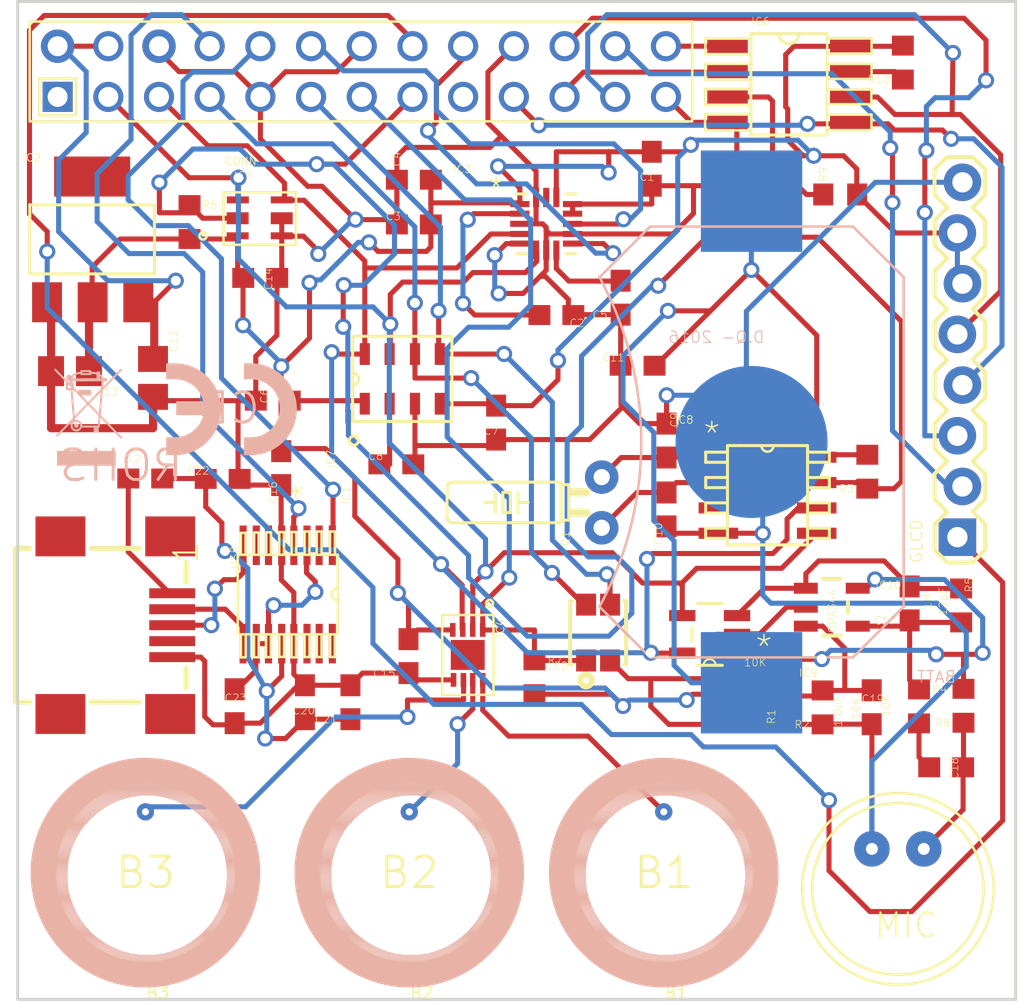
<source format=kicad_pcb>
(kicad_pcb (version 4) (host pcbnew 4.0.0-rc2-stable)
  (layers (0 Top signal) (31 Bottom signal) (34 B.Paste user) (35 F.Paste user) (36 B.SilkS user) (37 F.SilkS user) (38 B.Mask user) (39 F.Mask user) (44 Edge.Cuts user))
  (net 0 "")
  (net 1 NC)
  (net 2 GND)
  (net 3 N$3)
  (net 4 SCL)
  (net 5 SDA)
  (net 6 N$5)
  (net 7 N$4)
  (net 8 VDD)
  (net 9 N$6)
  (net 10 N$7)
  (net 11 N$8)
  (net 12 5V)
  (net 13 ALERT)
  (net 14 CS1)
  (net 15 CS3)
  (net 16 CS2)
  (net 17 N$1)
  (net 18 N$2)
  (net 19 N$11)
  (net 20 N$12)
  (net 21 AUD)
  (net 22 MISO)
  (net 23 MOSI)
  (net 24 SCK)
  (net 25 N$13)
  (net 26 N$14)
  (net 27 TX)
  (net 28 RX)
  (net 29 CS_MEM)
  (net 30 N$16)
  (net 31 N$17)
  (net 32 BUS_PWR)
  (net 33 5V+)
  (net 34 N$18)
  (net 35 A_INT1)
  (net 36 A_INT2)
  (net 37 B_INT1)
  (net 38 INT_LUX)
  (net 39 RES)
  (net 40 CS_TFT)
  (net 41 RS)
  (net 42 B_INT2)
  (module QFN50P300X300X120-16N (layer Top) (at 149.9811 91.1436)
    (fp_text reference IC3 (at -4.699 -2.5146) (layer F.SilkS) (effects (font (size 0.38608 0.38608) (thickness 0.038608)) (justify left bottom)))
    (fp_text value FXOS8700CQR1 hide)
    (fp_text user * (at -3.0226 -0.9906) (layer F.SilkS) (effects (font (size 1.2065 1.2065) (thickness 0.0762)) (justify left bottom)))
    (pad 1 smd rect (at -1.3208 -0.9906 270) (size 0.3048 0.9652) (layers Top F.Paste F.Mask) (net 8 VDD))
    (pad 2 smd rect (at -1.3208 -0.508 270) (size 0.3048 0.9652) (layers Top F.Paste F.Mask) (net 3 N$3))
    (pad 3 smd rect (at -1.3208 0 270) (size 0.3048 0.9652) (layers Top F.Paste F.Mask) (net 2 GND))
    (pad 4 smd rect (at -1.3208 0.508 270) (size 0.3048 0.9652) (layers Top F.Paste F.Mask) (net 4 SCL))
    (pad 5 smd rect (at -1.3208 0.9906 270) (size 0.3048 0.9652) (layers Top F.Paste F.Mask) (net 2 GND))
    (pad 6 smd rect (at -0.508 1.3208 180) (size 0.3048 0.9652) (layers Top F.Paste F.Mask) (net 5 SDA))
    (pad 7 smd rect (at 0 1.3208 180) (size 0.3048 0.9652) (layers Top F.Paste F.Mask) (net 2 GND))
    (pad 8 smd rect (at 0.508 1.3208 180) (size 0.3048 0.9652) (layers Top F.Paste F.Mask) (net 6 N$5))
    (pad 9 smd rect (at 1.3208 0.9906 270) (size 0.3048 0.9652) (layers Top F.Paste F.Mask) (net 36 A_INT2))
    (pad 10 smd rect (at 1.3208 0.508 270) (size 0.3048 0.9652) (layers Top F.Paste F.Mask) (net 2 GND))
    (pad 11 smd rect (at 1.3208 0 270) (size 0.3048 0.9652) (layers Top F.Paste F.Mask) (net 35 A_INT1))
    (pad 12 smd rect (at 1.3208 -0.508 270) (size 0.3048 0.9652) (layers Top F.Paste F.Mask) (net 2 GND))
    (pad 13 smd rect (at 1.3208 -0.9906 270) (size 0.3048 0.9652) (layers Top F.Paste F.Mask) (net 2 GND))
    (pad 14 smd rect (at 0.508 -1.3208 180) (size 0.3048 0.9652) (layers Top F.Paste F.Mask) (net 8 VDD))
    (pad 15 smd rect (at 0 -1.3208 180) (size 0.3048 0.9652) (layers Top F.Paste F.Mask))
    (pad 16 smd rect (at -0.508 -1.3208 180) (size 0.3048 0.9652) (layers Top F.Paste F.Mask) (net 2 GND))
  )
  (module C0603 (layer Top) (at 155.2711 88.3836 90)
    (fp_text reference C1 (at -0.635 -0.635 360) (layer F.SilkS) (effects (font (size 0.38608 0.38608) (thickness 0.030886)) (justify left bottom)))
    (fp_text value 0.1uF hide)
    (pad 1 smd rect (at -0.85 0 90) (size 1.1 1) (layers Top F.Paste F.Mask) (net 2 GND))
    (pad 2 smd rect (at 0.85 0 90) (size 1.1 1) (layers Top F.Paste F.Mask) (net 8 VDD))
  )
  (module C0603 (layer Top) (at 150.4911 95.7136 180)
    (fp_text reference C2 (at -0.635 -0.635 360) (layer F.SilkS) (effects (font (size 0.38608 0.38608) (thickness 0.030886)) (justify left bottom)))
    (fp_text value 0.1uF hide)
    (pad 1 smd rect (at -0.85 0 180) (size 1.1 1) (layers Top F.Paste F.Mask) (net 2 GND))
    (pad 2 smd rect (at 0.85 0 180) (size 1.1 1) (layers Top F.Paste F.Mask) (net 3 N$3))
  )
  (module C0603 (layer Top) (at 143.3511 91.1736)
    (fp_text reference C3 (at -0.635 -0.635) (layer F.SilkS) (effects (font (size 0.38608 0.38608) (thickness 0.030886)) (justify right top)))
    (fp_text value 0.1uF hide)
    (pad 1 smd rect (at -0.85 0) (size 1.1 1) (layers Top F.Paste F.Mask) (net 2 GND))
    (pad 2 smd rect (at 0.85 0) (size 1.1 1) (layers Top F.Paste F.Mask) (net 8 VDD))
  )
  (module C0603 (layer Top) (at 143.3511 88.9336)
    (fp_text reference C4 (at -0.635 -0.635 90) (layer F.SilkS) (effects (font (size 0.38608 0.38608) (thickness 0.030886)) (justify left bottom)))
    (fp_text value 4.7uF hide)
    (pad 1 smd rect (at -0.85 0) (size 1.1 1) (layers Top F.Paste F.Mask) (net 2 GND))
    (pad 2 smd rect (at 0.85 0) (size 1.1 1) (layers Top F.Paste F.Mask) (net 8 VDD))
  )
  (module C0603 (layer Top) (at 153.7111 94.8436 90)
    (fp_text reference C5 (at -0.635 -0.635 360) (layer F.SilkS) (effects (font (size 0.38608 0.38608) (thickness 0.030886)) (justify right top)))
    (fp_text value 0.1uF hide)
    (pad 1 smd rect (at -0.85 0 90) (size 1.1 1) (layers Top F.Paste F.Mask) (net 2 GND))
    (pad 2 smd rect (at 0.85 0 90) (size 1.1 1) (layers Top F.Paste F.Mask) (net 6 N$5))
  )
  (module DFN300X500X120-8N (layer Top) (at 142.7711 98.9136 90)
    (fp_text reference IC7 (at -4.5212 -3.3528 90) (layer F.SilkS) (effects (font (size 0.38608 0.38608) (thickness 0.038608)) (justify left bottom)))
    (fp_text value MPL3115A2 hide)
    (pad 1 smd rect (at -1.2446 -1.8796 90) (size 1.0922 0.508) (layers Top F.Paste F.Mask) (net 8 VDD))
    (pad 2 smd rect (at -1.2446 -0.635 90) (size 1.0922 0.508) (layers Top F.Paste F.Mask) (net 7 N$4))
    (pad 3 smd rect (at -1.2446 0.635 90) (size 1.0922 0.508) (layers Top F.Paste F.Mask) (net 2 GND))
    (pad 4 smd rect (at -1.2446 1.8796 90) (size 1.0922 0.508) (layers Top F.Paste F.Mask) (net 8 VDD))
    (pad 5 smd rect (at 1.2446 1.8796 90) (size 1.0922 0.508) (layers Top F.Paste F.Mask) (net 42 B_INT2))
    (pad 6 smd rect (at 1.2446 0.635 90) (size 1.0922 0.508) (layers Top F.Paste F.Mask) (net 37 B_INT1))
    (pad 7 smd rect (at 1.2446 -0.635 90) (size 1.0922 0.508) (layers Top F.Paste F.Mask) (net 5 SDA))
    (pad 8 smd rect (at 1.2446 -1.8796 90) (size 1.0922 0.508) (layers Top F.Paste F.Mask) (net 4 SCL))
  )
  (module C0603 (layer Top) (at 136.2811 100.0036)
    (fp_text reference C6 (at -0.635 -0.635 90) (layer F.SilkS) (effects (font (size 0.38608 0.38608) (thickness 0.030886)) (justify right top)))
    (fp_text value 100nF hide)
    (pad 1 smd rect (at -0.85 0) (size 1.1 1) (layers Top F.Paste F.Mask) (net 2 GND))
    (pad 2 smd rect (at 0.85 0) (size 1.1 1) (layers Top F.Paste F.Mask) (net 8 VDD))
  )
  (module C0603 (layer Top) (at 147.4711 101.1036 90)
    (fp_text reference C7 (at -0.635 -0.635 360) (layer F.SilkS) (effects (font (size 0.38608 0.38608) (thickness 0.030886)) (justify left bottom)))
    (fp_text value 10uF hide)
    (pad 1 smd rect (at -0.85 0 90) (size 1.1 1) (layers Top F.Paste F.Mask) (net 2 GND))
    (pad 2 smd rect (at 0.85 0 90) (size 1.1 1) (layers Top F.Paste F.Mask) (net 8 VDD))
  )
  (module C0603 (layer Top) (at 142.4711 103.1936)
    (fp_text reference C8 (at -0.635 -0.635) (layer F.SilkS) (effects (font (size 0.38608 0.38608) (thickness 0.030886)) (justify right top)))
    (fp_text value 100nF hide)
    (pad 1 smd rect (at -0.85 0) (size 1.1 1) (layers Top F.Paste F.Mask) (net 7 N$4))
    (pad 2 smd rect (at 0.85 0) (size 1.1 1) (layers Top F.Paste F.Mask) (net 2 GND))
  )
  (module SOIC127P600X175-8N (layer Top) (at 161.0711 104.7436)
    (fp_text reference IC8 (at -4.6736 -3.556) (layer F.SilkS) (effects (font (size 0.38608 0.38608) (thickness 0.038608)) (justify left bottom)))
    (fp_text value MCP79400-I/SN hide)
    (fp_text user * (at -3.302 -2.3368) (layer F.SilkS) (effects (font (size 1.2065 1.2065) (thickness 0.0762)) (justify left bottom)))
    (pad 1 smd rect (at -2.4638 -1.905) (size 1.9812 0.5588) (layers Top F.Paste F.Mask) (net 11 N$8))
    (pad 2 smd rect (at -2.4638 -0.635) (size 1.9812 0.5588) (layers Top F.Paste F.Mask) (net 10 N$7))
    (pad 3 smd rect (at -2.4638 0.635) (size 1.9812 0.5588) (layers Top F.Paste F.Mask) (net 1 NC))
    (pad 4 smd rect (at -2.4638 1.905) (size 1.9812 0.5588) (layers Top F.Paste F.Mask) (net 2 GND))
    (pad 5 smd rect (at 2.4638 1.905) (size 1.9812 0.5588) (layers Top F.Paste F.Mask) (net 5 SDA))
    (pad 6 smd rect (at 2.4638 0.635) (size 1.9812 0.5588) (layers Top F.Paste F.Mask) (net 4 SCL))
    (pad 7 smd rect (at 2.4638 -0.635) (size 1.9812 0.5588) (layers Top F.Paste F.Mask) (net 38 INT_LUX))
    (pad 8 smd rect (at 2.4638 -1.905) (size 1.9812 0.5588) (layers Top F.Paste F.Mask) (net 9 N$6))
  )
  (module R0603 (layer Top) (at 166.0711 103.5636 90)
    (fp_text reference R3 (at -0.635 -0.635 360) (layer F.SilkS) (effects (font (size 0.38608 0.38608) (thickness 0.030886)) (justify right top)))
    (fp_text value 10k hide)
    (pad 1 smd rect (at -0.85 0 90) (size 1 1.1) (layers Top F.Paste F.Mask) (net 38 INT_LUX))
    (pad 2 smd rect (at 0.85 0 90) (size 1 1.1) (layers Top F.Paste F.Mask) (net 9 N$6))
  )
  (module TC26H (layer Top) (at 152.7611 105.1036 90)
    (fp_text reference Q1 (at -1.397 -2.032 90) (layer F.SilkS) (effects (font (size 0.38608 0.38608) (thickness 0.038608)) (justify right top)))
    (fp_text value 32Khz hide)
    (pad 1 thru_hole circle (at -1.27 0 90) (size 1.6764 1.6764) (drill 0.8128) (layers *.Cu *.Mask) (net 10 N$7))
    (pad 2 thru_hole circle (at 1.27 0 90) (size 1.6764 1.6764) (drill 0.8128) (layers *.Cu *.Mask) (net 11 N$8))
  )
  (module C0603 (layer Top) (at 156.0111 102.0036 270)
    (fp_text reference C9 (at -0.635 -0.635 450) (layer F.SilkS) (effects (font (size 0.38608 0.38608) (thickness 0.030886)) (justify left bottom)))
    (fp_text value 12.5pF hide)
    (pad 1 smd rect (at -0.85 0 270) (size 1.1 1) (layers Top F.Paste F.Mask) (net 2 GND))
    (pad 2 smd rect (at 0.85 0 270) (size 1.1 1) (layers Top F.Paste F.Mask) (net 11 N$8))
  )
  (module C0603 (layer Top) (at 156.0111 105.4536 90)
    (fp_text reference C10 (at -0.635 -0.635 90) (layer F.SilkS) (effects (font (size 0.38608 0.38608) (thickness 0.030886)) (justify right top)))
    (fp_text value 12.5pF hide)
    (pad 1 smd rect (at -0.85 0 90) (size 1.1 1) (layers Top F.Paste F.Mask) (net 2 GND))
    (pad 2 smd rect (at 0.85 0 90) (size 1.1 1) (layers Top F.Paste F.Mask) (net 10 N$7))
  )
  (module C0603 (layer Top) (at 154.5611 98.2536)
    (fp_text reference C11 (at -0.635 -0.635) (layer F.SilkS) (effects (font (size 0.38608 0.38608) (thickness 0.030886)) (justify right top)))
    (fp_text value 0.1uF hide)
    (pad 1 smd rect (at -0.85 0) (size 1.1 1) (layers Top F.Paste F.Mask) (net 2 GND))
    (pad 2 smd rect (at 0.85 0) (size 1.1 1) (layers Top F.Paste F.Mask) (net 9 N$6))
  )
  (module SOT223 (layer Top) (at 127.2311 91.9236)
    (fp_text reference IC2 (at -2.54 -4.318) (layer F.SilkS) (effects (font (size 0.38608 0.38608) (thickness 0.038608)) (justify right top)))
    (fp_text value REG1117 hide)
    (pad 1 smd rect (at -2.2606 3.1496) (size 1.4986 2.0066) (layers Top F.Paste F.Mask) (net 2 GND))
    (pad 2 smd rect (at 0.0254 3.1496) (size 1.4986 2.0066) (layers Top F.Paste F.Mask) (net 8 VDD))
    (pad 3 smd rect (at 2.3114 3.1496) (size 1.4986 2.0066) (layers Top F.Paste F.Mask) (net 12 5V))
    (pad 4 smd rect (at 0 -3.1496) (size 3.81 2.0066) (layers Top F.Paste F.Mask))
  )
  (module C0805 (layer Top) (at 130.2811 98.8636 270)
    (fp_text reference C12 (at -1.27 -1.27 450) (layer F.SilkS) (effects (font (size 0.38608 0.38608) (thickness 0.030886)) (justify left bottom)))
    (fp_text value 10uF hide)
    (pad 1 smd rect (at -0.95 0 270) (size 1.3 1.5) (layers Top F.Paste F.Mask) (net 12 5V))
    (pad 2 smd rect (at 0.95 0 270) (size 1.3 1.5) (layers Top F.Paste F.Mask) (net 2 GND))
  )
  (module C0805 (layer Top) (at 126.1211 98.5236 180)
    (fp_text reference C13 (at -1.27 -1.27 360) (layer F.SilkS) (effects (font (size 0.38608 0.38608) (thickness 0.030886)) (justify left bottom)))
    (fp_text value 10uF hide)
    (pad 1 smd rect (at -0.95 0 180) (size 1.3 1.5) (layers Top F.Paste F.Mask) (net 8 VDD))
    (pad 2 smd rect (at 0.95 0 180) (size 1.3 1.5) (layers Top F.Paste F.Mask) (net 2 GND))
  )
  (module C0603 (layer Top) (at 135.6511 93.8536 180)
    (fp_text reference C14 (at -0.635 -0.635 450) (layer F.SilkS) (effects (font (size 0.38608 0.38608) (thickness 0.030886)) (justify left bottom)))
    (fp_text value 0.1uF hide)
    (pad 1 smd rect (at -0.85 0 180) (size 1.1 1) (layers Top F.Paste F.Mask) (net 2 GND))
    (pad 2 smd rect (at 0.85 0 180) (size 1.1 1) (layers Top F.Paste F.Mask) (net 8 VDD))
  )
  (module R0603 (layer Top) (at 132.1111 91.0536 270)
    (fp_text reference R6 (at -0.635 -0.635 360) (layer F.SilkS) (effects (font (size 0.38608 0.38608) (thickness 0.030886)) (justify left bottom)))
    (fp_text value 10k hide)
    (pad 1 smd rect (at -0.85 0 270) (size 1 1.1) (layers Top F.Paste F.Mask) (net 38 INT_LUX))
    (pad 2 smd rect (at 0.85 0 270) (size 1 1.1) (layers Top F.Paste F.Mask) (net 8 VDD))
  )
  (module TDFN-8 (layer Top) (at 146.0511 112.7436 270)
    (fp_text reference IC4 (at -0.845 -1.862 450) (layer F.SilkS) (effects (font (size 0.38608 0.38608) (thickness 0.038608)) (justify left bottom)))
    (fp_text value CAP1203 hide)
    (pad 4 smd rect (at -1.252 0.75 270) (size 0.69 0.28) (layers Top F.Paste F.Mask) (net 8 VDD))
    (pad 3 smd rect (at -1.25 0.25 270) (size 0.69 0.28) (layers Top F.Paste F.Mask) (net 4 SCL))
    (pad 2 smd rect (at -1.25 -0.25 270) (size 0.69 0.28) (layers Top F.Paste F.Mask) (net 5 SDA))
    (pad 1 smd rect (at -1.25 -0.75 270) (size 0.69 0.28) (layers Top F.Paste F.Mask) (net 13 ALERT))
    (pad 5 smd rect (at 1.25 0.712 270) (size 0.69 0.28) (layers Top F.Paste F.Mask) (net 2 GND))
    (pad 6 smd rect (at 1.25 0.218 270) (size 0.69 0.28) (layers Top F.Paste F.Mask) (net 15 CS3))
    (pad 7 smd rect (at 1.25 -0.25 270) (size 0.69 0.28) (layers Top F.Paste F.Mask) (net 16 CS2))
    (pad 8 smd rect (at 1.25 -0.75 270) (size 0.69 0.28) (layers Top F.Paste F.Mask) (net 14 CS1))
    (pad PAD smd rect (at 0 0 270) (size 1.5 1.7) (layers Top F.Paste F.Mask))
  )
  (module C0603 (layer Top) (at 143.0811 112.8036 90)
    (fp_text reference C15 (at -0.635 -0.635 360) (layer F.SilkS) (effects (font (size 0.38608 0.38608) (thickness 0.030886)) (justify right top)))
    (fp_text value 0.1uF hide)
    (pad 1 smd rect (at -0.85 0 90) (size 1.1 1) (layers Top F.Paste F.Mask) (net 2 GND))
    (pad 2 smd rect (at 0.85 0 90) (size 1.1 1) (layers Top F.Paste F.Mask) (net 8 VDD))
  )
  (module C0603 (layer Top) (at 136.7011 103.3836 90)
    (fp_text reference C16 (at -0.635 -0.635 90) (layer F.SilkS) (effects (font (size 0.38608 0.38608) (thickness 0.030886)) (justify right top)))
    (fp_text value 1uF hide)
    (pad 1 smd rect (at -0.85 0 90) (size 1.1 1) (layers Top F.Paste F.Mask) (net 2 GND))
    (pad 2 smd rect (at 0.85 0 90) (size 1.1 1) (layers Top F.Paste F.Mask) (net 8 VDD))
  )
  (module R0603 (layer Top) (at 149.3911 113.8636 270)
    (fp_text reference R7 (at -0.635 -0.635 360) (layer F.SilkS) (effects (font (size 0.38608 0.38608) (thickness 0.030886)) (justify left bottom)))
    (fp_text value 10k hide)
    (pad 1 smd rect (at -0.85 0 270) (size 1 1.1) (layers Top F.Paste F.Mask) (net 13 ALERT))
    (pad 2 smd rect (at 0.85 0 270) (size 1 1.1) (layers Top F.Paste F.Mask) (net 8 VDD))
  )
  (module BUTTON_PASSIVE_8MM (layer Top) (at 155.8711 123.6536)
    (fp_text reference B1 (at 0 6.366) (layer F.SilkS) (effects (font (size 0.57912 0.57912) (thickness 0.086868)) (justify left bottom)))
    (fp_text value B1 (at 0 0) (layer F.SilkS))
    (pad BUTT thru_hole circle (at 0 -3.048) (size 0.8636 0.8636) (drill 0.3556) (layers *.Cu *.Mask))
  )
  (module BUTTON_PASSIVE_8MM (layer Top) (at 143.1211 123.6536)
    (fp_text reference B2 (at 0 6.366) (layer F.SilkS) (effects (font (size 0.57912 0.57912) (thickness 0.086868)) (justify left bottom)))
    (fp_text value B2 (at 0 0) (layer F.SilkS))
    (pad BUTT thru_hole circle (at 0 -3.048) (size 0.8636 0.8636) (drill 0.3556) (layers *.Cu *.Mask))
  )
  (module BUTTON_PASSIVE_8MM (layer Top) (at 129.9011 123.6536)
    (fp_text reference B3 (at 0 6.366) (layer F.SilkS) (effects (font (size 0.57912 0.57912) (thickness 0.086868)) (justify left bottom)))
    (fp_text value B3 (at 0 0) (layer F.SilkS))
    (pad BUTT thru_hole circle (at 0 -3.048) (size 0.8636 0.8636) (drill 0.3556) (layers *.Cu *.Mask))
  )
  (module SOT23-5 (layer Top) (at 164.2911 110.3536 270)
    (fp_text reference IC10 (at -0.889 -2.159 360) (layer F.SilkS) (effects (font (size 0.38608 0.38608) (thickness 0.030886)) (justify left bottom)))
    (fp_text value OPA344 (at -0.9525 0.1905 450) (layer F.SilkS) (effects (font (size 0.38608 0.38608) (thickness 0.030886)) (justify right top)))
    (pad 1 smd rect (at -0.95 1.3001 270) (size 0.55 1.2) (layers Top F.Paste F.Mask) (net 21 AUD))
    (pad 2 smd rect (at 0 1.3001 270) (size 0.55 1.2) (layers Top F.Paste F.Mask) (net 2 GND))
    (pad 3 smd rect (at 0.95 1.3001 270) (size 0.55 1.2) (layers Top F.Paste F.Mask) (net 20 N$12))
    (pad 4 smd rect (at 0.95 -1.3001 270) (size 0.55 1.2) (layers Top F.Paste F.Mask) (net 18 N$2))
    (pad 5 smd rect (at -0.95 -1.3001 270) (size 0.55 1.2) (layers Top F.Paste F.Mask) (net 8 VDD))
  )
  (module R0603 (layer Top) (at 160.4011 114.8036 180)
    (fp_text reference R1 (at -0.635 -0.635 450) (layer F.SilkS) (effects (font (size 0.38608 0.38608) (thickness 0.030886)) (justify right top)))
    (fp_text value 10K (at -0.635 1.905 360) (layer F.SilkS) (effects (font (size 0.38608 0.38608) (thickness 0.030886)) (justify right top)))
    (pad 1 smd rect (at -0.85 0 180) (size 1 1.1) (layers Top F.Paste F.Mask) (net 20 N$12))
    (pad 2 smd rect (at 0.85 0 180) (size 1 1.1) (layers Top F.Paste F.Mask) (net 8 VDD))
  )
  (module R0603 (layer Top) (at 163.8311 115.3736 90)
    (fp_text reference R2 (at -0.635 -0.635 360) (layer F.SilkS) (effects (font (size 0.38608 0.38608) (thickness 0.030886)) (justify right top)))
    (fp_text value 10K (at -0.635 1.905 90) (layer F.SilkS) (effects (font (size 0.38608 0.38608) (thickness 0.030886)) (justify left bottom)))
    (pad 1 smd rect (at -0.85 0 90) (size 1 1.1) (layers Top F.Paste F.Mask) (net 2 GND))
    (pad 2 smd rect (at 0.85 0 90) (size 1 1.1) (layers Top F.Paste F.Mask) (net 20 N$12))
  )
  (module R0603 (layer Top) (at 168.6611 115.3236 270)
    (fp_text reference R4 (at -0.635 -0.635 360) (layer F.SilkS) (effects (font (size 0.38608 0.38608) (thickness 0.030886)) (justify left bottom)))
    (fp_text value 10K (at -0.635 1.905 450) (layer F.SilkS) (effects (font (size 0.38608 0.38608) (thickness 0.030886)) (justify right top)))
    (pad 1 smd rect (at -0.85 0 270) (size 1 1.1) (layers Top F.Paste F.Mask) (net 18 N$2))
    (pad 2 smd rect (at 0.85 0 270) (size 1 1.1) (layers Top F.Paste F.Mask) (net 19 N$11))
  )
  (module R0603 (layer Top) (at 170.7711 110.2636 270)
    (fp_text reference R5 (at -0.635 -0.635 450) (layer F.SilkS) (effects (font (size 0.38608 0.38608) (thickness 0.030886)) (justify left bottom)))
    (fp_text value 1M (at -0.635 1.905 450) (layer F.SilkS) (effects (font (size 0.38608 0.38608) (thickness 0.030886)) (justify right top)))
    (pad 1 smd rect (at -0.85 0 270) (size 1 1.1) (layers Top F.Paste F.Mask) (net 21 AUD))
    (pad 2 smd rect (at 0.85 0 270) (size 1 1.1) (layers Top F.Paste F.Mask) (net 18 N$2))
  )
  (module C0603 (layer Top) (at 168.1911 110.1636 90)
    (fp_text reference C17 (at -0.635 -0.635 360) (layer F.SilkS) (effects (font (size 0.38608 0.38608) (thickness 0.030886)) (justify right top)))
    (fp_text value 12pF (at -0.635 1.905 90) (layer F.SilkS) (effects (font (size 0.38608 0.38608) (thickness 0.030886)) (justify left bottom)))
    (pad 1 smd rect (at -0.85 0 90) (size 1.1 1) (layers Top F.Paste F.Mask) (net 18 N$2))
    (pad 2 smd rect (at 0.85 0 90) (size 1.1 1) (layers Top F.Paste F.Mask) (net 21 AUD))
  )
  (module C0603 (layer Top) (at 170.0211 118.3736 180)
    (fp_text reference C18 (at -0.635 -0.635 450) (layer F.SilkS) (effects (font (size 0.38608 0.38608) (thickness 0.030886)) (justify left bottom)))
    (fp_text value 4.7uF hide)
    (pad 1 smd rect (at -0.85 0 180) (size 1.1 1) (layers Top F.Paste F.Mask) (net 17 N$1))
    (pad 2 smd rect (at 0.85 0 180) (size 1.1 1) (layers Top F.Paste F.Mask) (net 19 N$11))
  )
  (module C0603 (layer Top) (at 166.2911 115.3636 270)
    (fp_text reference C19 (at -0.635 -0.635 360) (layer F.SilkS) (effects (font (size 0.38608 0.38608) (thickness 0.030886)) (justify right top)))
    (fp_text value 1.0uF (at -0.635 1.905 450) (layer F.SilkS) (effects (font (size 0.38608 0.38608) (thickness 0.030886)) (justify right top)))
    (pad 1 smd rect (at -0.85 0 270) (size 1.1 1) (layers Top F.Paste F.Mask) (net 20 N$12))
    (pad 2 smd rect (at 0.85 0 270) (size 1.1 1) (layers Top F.Paste F.Mask) (net 2 GND))
  )
  (module 9.7ELECTRET (layer Top) (at 167.6011 124.4636)
    (fp_text reference MIC (at -1.2311 2.5364) (layer F.SilkS) (effects (font (size 1.2065 1.2065) (thickness 0.09652)) (justify left bottom)))
    (fp_text value M hide)
    (pad + thru_hole circle (at 1.3 -2) (size 1.778 1.778) (drill 0.6) (layers *.Cu *.Mask) (net 17 N$1))
    (pad - thru_hole circle (at -1.3 -2) (size 1.778 1.778) (drill 0.6) (layers *.Cu *.Mask) (net 2 GND))
  )
  (module SO-8 (layer Top) (at 162.1411 84.1536 270)
    (fp_text reference IC6 (at -2.921 1.905 360) (layer F.SilkS) (effects (font (size 0.38608 0.38608) (thickness 0.030886)) (justify left bottom)))
    (fp_text value S25FL hide)
    (pad 1 smd rect (at -1.905 3.0734 270) (size 0.6604 2.032) (layers Top F.Paste F.Mask) (net 29 CS_MEM))
    (pad 8 smd rect (at -1.905 -3.0734 270) (size 0.6604 2.032) (layers Top F.Paste F.Mask) (net 8 VDD))
    (pad 2 smd rect (at -0.635 3.0734 270) (size 0.6604 2.032) (layers Top F.Paste F.Mask) (net 22 MISO))
    (pad 3 smd rect (at 0.635 3.0734 270) (size 0.6604 2.032) (layers Top F.Paste F.Mask) (net 25 N$13))
    (pad 7 smd rect (at -0.635 -3.0734 270) (size 0.6604 2.032) (layers Top F.Paste F.Mask) (net 26 N$14))
    (pad 6 smd rect (at 0.635 -3.0734 270) (size 0.6604 2.032) (layers Top F.Paste F.Mask) (net 24 SCK))
    (pad 4 smd rect (at 1.905 3.0734 270) (size 0.6604 2.032) (layers Top F.Paste F.Mask) (net 2 GND))
    (pad 5 smd rect (at 1.905 -3.0734 270) (size 0.6604 2.032) (layers Top F.Paste F.Mask) (net 23 MOSI))
  )
  (module R0603 (layer Top) (at 164.7111 89.6736)
    (fp_text reference R9 (at -0.635 -0.635 90) (layer F.SilkS) (effects (font (size 0.38608 0.38608) (thickness 0.030886)) (justify left bottom)))
    (fp_text value 4.7k hide)
    (pad 1 smd rect (at -0.85 0) (size 1 1.1) (layers Top F.Paste F.Mask) (net 25 N$13))
    (pad 2 smd rect (at 0.85 0) (size 1 1.1) (layers Top F.Paste F.Mask) (net 8 VDD))
  )
  (module R0603 (layer Top) (at 167.8511 83.0636 90)
    (fp_text reference R10 (at -0.635 -0.635 360) (layer F.SilkS) (effects (font (size 0.38608 0.38608) (thickness 0.030886)) (justify right top)))
    (fp_text value 4.7k hide)
    (pad 1 smd rect (at -0.85 0 90) (size 1 1.1) (layers Top F.Paste F.Mask) (net 26 N$14))
    (pad 2 smd rect (at 0.85 0 90) (size 1 1.1) (layers Top F.Paste F.Mask) (net 8 VDD))
  )
  (module C0603 (layer Top) (at 137.8911 115.1136 90)
    (fp_text reference C20 (at -0.635 -0.635 360) (layer F.SilkS) (effects (font (size 0.38608 0.38608) (thickness 0.030886)) (justify left bottom)))
    (fp_text value 0.1uF hide)
    (pad 1 smd rect (at -0.85 0 90) (size 1.1 1) (layers Top F.Paste F.Mask) (net 33 5V+))
    (pad 2 smd rect (at 0.85 0 90) (size 1.1 1) (layers Top F.Paste F.Mask) (net 2 GND))
  )
  (module 0603 (layer Top) (at 129.8911 103.9036)
    (fp_text reference L2 (at -0.889 -0.762) (layer F.SilkS) (effects (font (size 0.38608 0.38608) (thickness 0.030886)) (justify left bottom)))
    (fp_text value "100mA+ ferrite bead" hide)
    (pad 1 smd rect (at -0.85 0) (size 1.1 1) (layers Top F.Paste F.Mask) (net 32 BUS_PWR))
    (pad 2 smd rect (at 0.85 0) (size 1.1 1) (layers Top F.Paste F.Mask) (net 33 5V+))
  )
  (module C0603 (layer Top) (at 140.1711 115.1136 90)
    (fp_text reference C21 (at -0.635 -0.635 360) (layer F.SilkS) (effects (font (size 0.38608 0.38608) (thickness 0.030886)) (justify right top)))
    (fp_text value 10nF hide)
    (pad 1 smd rect (at -0.85 0 90) (size 1.1 1) (layers Top F.Paste F.Mask) (net 33 5V+))
    (pad 2 smd rect (at 0.85 0 90) (size 1.1 1) (layers Top F.Paste F.Mask) (net 2 GND))
  )
  (module C0603 (layer Top) (at 133.7711 103.9236)
    (fp_text reference C22 (at -0.635 -0.635) (layer F.SilkS) (effects (font (size 0.38608 0.38608) (thickness 0.030886)) (justify right top)))
    (fp_text value 4.7uF hide)
    (pad 1 smd rect (at -0.85 0) (size 1.1 1) (layers Top F.Paste F.Mask) (net 33 5V+))
    (pad 2 smd rect (at 0.85 0) (size 1.1 1) (layers Top F.Paste F.Mask) (net 2 GND))
  )
  (module C0603 (layer Top) (at 134.3711 115.3136 270)
    (fp_text reference C23 (at -0.635 -0.635 360) (layer F.SilkS) (effects (font (size 0.38608 0.38608) (thickness 0.030886)) (justify right top)))
    (fp_text value 0.1uF hide)
    (pad 1 smd rect (at -0.85 0 270) (size 1.1 1) (layers Top F.Paste F.Mask) (net 34 N$18))
    (pad 2 smd rect (at 0.85 0 270) (size 1.1 1) (layers Top F.Paste F.Mask) (net 2 GND))
  )
  (module CONN_USB_MINI-B (layer Top) (at 128.6411 111.2536 270)
    (fp_text reference USB (at -4 -5.5 450) (layer F.SilkS) (effects (font (size 0.38608 0.38608) (thickness 0.030886)) (justify right top)))
    (fp_text value CONN_USB hide)
    (fp_text user 1 (at -3 -4 270) (layer F.SilkS) (effects (font (size 1.2065 1.2065) (thickness 0.1016)) (justify left bottom)))
    (pad PC2 smd rect (at 4.45 -2.5 270) (size 2 2.5) (layers Top F.Paste F.Mask))
    (pad PC1 smd rect (at -4.45 -2.5 270) (size 2 2.5) (layers Top F.Paste F.Mask))
    (pad PC3 smd rect (at 4.45 3 270) (size 2 2.5) (layers Top F.Paste F.Mask))
    (pad PC4 smd rect (at -4.45 3 270) (size 2 2.5) (layers Top F.Paste F.Mask))
    (pad D+ smd rect (at 0 -2.6 270) (size 0.5 2.3) (layers Top F.Paste F.Mask) (net 30 N$16))
    (pad P4 smd rect (at 0.8 -2.6 270) (size 0.5 2.3) (layers Top F.Paste F.Mask))
    (pad D- smd rect (at -0.8 -2.6 270) (size 0.5 2.3) (layers Top F.Paste F.Mask) (net 31 N$17))
    (pad VUSB smd rect (at -1.6 -2.6 270) (size 0.5 2.3) (layers Top F.Paste F.Mask) (net 32 BUS_PWR))
    (pad GND smd rect (at 1.6 -2.6 270) (size 0.5 2.3) (layers Top F.Paste F.Mask) (net 2 GND))
    (pad "" np_thru_hole circle (at -2.2 0 270) (size 0.9 0.9) (drill 0.9) (layers *.Cu))
    (pad "" np_thru_hole circle (at 2.2 0 270) (size 0.9 0.9) (drill 0.9) (layers *.Cu))
  )
  (module SOP63P600X175-16N (layer Top) (at 137.0311 109.7136 270)
    (fp_text reference IC1 (at -4.4704 -3.1496 450) (layer F.SilkS) (effects (font (size 0.38608 0.38608) (thickness 0.038608)) (justify left bottom)))
    (fp_text value FT230XS hide)
    (fp_text user * (at -4.6736 -1.5494 270) (layer F.SilkS) (effects (font (size 1.2065 1.2065) (thickness 0.0762)) (justify left bottom)))
    (pad 1 smd rect (at -2.4638 -2.2352 270) (size 1.9812 0.3556) (layers Top F.Paste F.Mask) (net 28 RX))
    (pad 2 smd rect (at -2.4638 -1.5748 270) (size 1.9812 0.3556) (layers Top F.Paste F.Mask))
    (pad 3 smd rect (at -2.4638 -0.9652 270) (size 1.9812 0.3556) (layers Top F.Paste F.Mask) (net 34 N$18))
    (pad 4 smd rect (at -2.4638 -0.3048 270) (size 1.9812 0.3556) (layers Top F.Paste F.Mask) (net 27 TX))
    (pad 5 smd rect (at -2.4638 0.3048 270) (size 1.9812 0.3556) (layers Top F.Paste F.Mask) (net 2 GND))
    (pad 6 smd rect (at -2.4638 0.9652 270) (size 1.9812 0.3556) (layers Top F.Paste F.Mask))
    (pad 7 smd rect (at -2.4638 1.5748 270) (size 1.9812 0.3556) (layers Top F.Paste F.Mask))
    (pad 8 smd rect (at -2.4638 2.2352 270) (size 1.9812 0.3556) (layers Top F.Paste F.Mask) (net 30 N$16))
    (pad 9 smd rect (at 2.4638 2.2352 270) (size 1.9812 0.3556) (layers Top F.Paste F.Mask) (net 31 N$17))
    (pad 10 smd rect (at 2.4638 1.5748 270) (size 1.9812 0.3556) (layers Top F.Paste F.Mask) (net 34 N$18))
    (pad 11 smd rect (at 2.4638 0.9652 270) (size 1.9812 0.3556) (layers Top F.Paste F.Mask) (net 34 N$18))
    (pad 12 smd rect (at 2.4638 0.3048 270) (size 1.9812 0.3556) (layers Top F.Paste F.Mask) (net 33 5V+))
    (pad 13 smd rect (at 2.4638 -0.3048 270) (size 1.9812 0.3556) (layers Top F.Paste F.Mask) (net 2 GND))
    (pad 14 smd rect (at 2.4638 -0.9652 270) (size 1.9812 0.3556) (layers Top F.Paste F.Mask))
    (pad 15 smd rect (at 2.4638 -1.5748 270) (size 1.9812 0.3556) (layers Top F.Paste F.Mask))
    (pad 16 smd rect (at 2.4638 -2.2352 270) (size 1.9812 0.3556) (layers Top F.Paste F.Mask))
  )
  (module 1X08_LOCK (layer Top) (at 170.7111 106.8436 90)
    (fp_text reference GLCD (at -1.3462 -1.8288 90) (layer F.SilkS) (effects (font (size 0.57912 0.57912) (thickness 0.057912)) (justify left bottom)))
    (fp_text value "" (at -1.27 3.175 90) (layer F.SilkS) (effects (font (size 1.2065 1.2065) (thickness 0.09652)) (justify left bottom)))
    (pad 1 thru_hole rect (at 0 -0.127 180) (size 1.8796 1.8796) (drill 1.016) (layers *.Cu *.Mask) (net 39 RES))
    (pad 2 thru_hole circle (at 2.54 0.127 180) (size 1.8796 1.8796) (drill 1.016) (layers *.Cu *.Mask) (net 40 CS_TFT))
    (pad 3 thru_hole circle (at 5.08 -0.127 180) (size 1.8796 1.8796) (drill 1.016) (layers *.Cu *.Mask) (net 41 RS))
    (pad 4 thru_hole circle (at 7.62 0.127 180) (size 1.8796 1.8796) (drill 1.016) (layers *.Cu *.Mask) (net 23 MOSI))
    (pad 5 thru_hole circle (at 10.16 -0.127 180) (size 1.8796 1.8796) (drill 1.016) (layers *.Cu *.Mask) (net 24 SCK))
    (pad 6 thru_hole circle (at 12.7 0.127 180) (size 1.8796 1.8796) (drill 1.016) (layers *.Cu *.Mask) (net 8 VDD))
    (pad 7 thru_hole circle (at 15.24 -0.127 180) (size 1.8796 1.8796) (drill 1.016) (layers *.Cu *.Mask) (net 8 VDD))
    (pad 8 thru_hole circle (at 17.78 0.127 180) (size 1.8796 1.8796) (drill 1.016) (layers *.Cu *.Mask) (net 2 GND))
  )
  (module CHIP_LED (layer Top) (at 135.5811 90.8636)
    (fp_text reference IC5 (at -1.27 -1.905) (layer F.SilkS) (effects (font (size 0.38608 0.38608) (thickness 0.030886)) (justify left bottom)))
    (fp_text value APDS-9300 hide)
    (pad 4 smd rect (at 1.15 -0.92 270) (size 0.35 1.1) (layers Top F.Paste F.Mask) (net 4 SCL))
    (pad 3 smd rect (at 1.15 0 270) (size 0.6 1.1) (layers Top F.Paste F.Mask) (net 2 GND))
    (pad 2 smd rect (at 1.15 0.88 270) (size 0.35 1.1) (layers Top F.Paste F.Mask) (net 2 GND))
    (pad 5 smd rect (at -1.05 -0.92 270) (size 0.35 1.1) (layers Top F.Paste F.Mask) (net 5 SDA))
    (pad 6 smd rect (at -1.06 0 270) (size 0.6 1.1) (layers Top F.Paste F.Mask) (net 38 INT_LUX))
    (pad 1 smd rect (at -1.06 0.88 270) (size 0.35 1.1) (layers Top F.Paste F.Mask) (net 8 VDD))
  )
  (module RASPBERRY-PI_REV1 (layer Top) (at 152.4111 87.4736)
    (fp_text reference CONN (at -16.91 0.31) (layer F.SilkS) (effects (font (size 0.38608 0.38608) (thickness 0.038608)) (justify right top)))
    (fp_text value RASPBERRY-PI_REV1 hide)
    (pad 1 thru_hole rect (at -26.91 -2.69) (size 1.508 1.508) (drill 1) (layers *.Cu *.Mask))
    (pad 2 thru_hole circle (at -26.91 -5.23) (size 1.6764 1.6764) (drill 1) (layers *.Cu *.Mask) (net 12 5V))
    (pad 3 thru_hole circle (at -24.37 -2.69) (size 1.508 1.508) (drill 1) (layers *.Cu *.Mask) (net 5 SDA))
    (pad 4 thru_hole circle (at -24.37 -5.23) (size 1.508 1.508) (drill 1) (layers *.Cu *.Mask) (net 12 5V))
    (pad 5 thru_hole circle (at -21.83 -2.69) (size 1.508 1.508) (drill 1) (layers *.Cu *.Mask) (net 4 SCL))
    (pad 6 thru_hole circle (at -21.83 -5.23) (size 1.6764 1.6764) (drill 1) (layers *.Cu *.Mask) (net 2 GND))
    (pad 7 thru_hole circle (at -19.29 -2.69) (size 1.508 1.508) (drill 1) (layers *.Cu *.Mask) (net 37 B_INT1))
    (pad 8 thru_hole circle (at -19.29 -5.23) (size 1.508 1.508) (drill 1) (layers *.Cu *.Mask) (net 27 TX))
    (pad 9 thru_hole circle (at -16.75 -2.69) (size 1.508 1.508) (drill 1) (layers *.Cu *.Mask) (net 2 GND))
    (pad 10 thru_hole circle (at -16.75 -5.23) (size 1.508 1.508) (drill 1) (layers *.Cu *.Mask) (net 28 RX))
    (pad 11 thru_hole circle (at -14.21 -2.69) (size 1.508 1.508) (drill 1) (layers *.Cu *.Mask) (net 42 B_INT2))
    (pad 12 thru_hole circle (at -14.21 -5.23) (size 1.508 1.508) (drill 1) (layers *.Cu *.Mask) (net 35 A_INT1))
    (pad 13 thru_hole circle (at -11.67 -2.69) (size 1.508 1.508) (drill 1) (layers *.Cu *.Mask) (net 13 ALERT))
    (pad 14 thru_hole circle (at -11.67 -5.23) (size 1.508 1.508) (drill 1) (layers *.Cu *.Mask) (net 2 GND))
    (pad 15 thru_hole circle (at -9.13 -2.69) (size 1.508 1.508) (drill 1) (layers *.Cu *.Mask) (net 38 INT_LUX))
    (pad 16 thru_hole circle (at -9.13 -5.23) (size 1.508 1.508) (drill 1) (layers *.Cu *.Mask) (net 39 RES))
    (pad 17 thru_hole circle (at -6.59 -2.69) (size 1.508 1.508) (drill 1) (layers *.Cu *.Mask))
    (pad 18 thru_hole circle (at -6.59 -5.23) (size 1.508 1.508) (drill 1) (layers *.Cu *.Mask) (net 36 A_INT2))
    (pad 19 thru_hole circle (at -4.05 -2.69) (size 1.508 1.508) (drill 1) (layers *.Cu *.Mask) (net 23 MOSI))
    (pad 20 thru_hole circle (at -4.05 -5.23) (size 1.508 1.508) (drill 1) (layers *.Cu *.Mask) (net 2 GND))
    (pad 21 thru_hole circle (at -1.51 -2.69) (size 1.508 1.508) (drill 1) (layers *.Cu *.Mask) (net 22 MISO))
    (pad 22 thru_hole circle (at -1.51 -5.23) (size 1.508 1.508) (drill 1) (layers *.Cu *.Mask) (net 41 RS))
    (pad 23 thru_hole circle (at 1.03 -2.69) (size 1.508 1.508) (drill 1) (layers *.Cu *.Mask) (net 24 SCK))
    (pad 24 thru_hole circle (at 1.03 -5.23) (size 1.508 1.508) (drill 1) (layers *.Cu *.Mask) (net 40 CS_TFT))
    (pad 25 thru_hole circle (at 3.57 -2.69) (size 1.508 1.508) (drill 1) (layers *.Cu *.Mask) (net 2 GND))
    (pad 26 thru_hole circle (at 3.57 -5.23) (size 1.508 1.508) (drill 1) (layers *.Cu *.Mask) (net 29 CS_MEM))
  )
  (module RGBLED_PLCC4 (layer Top) (at 152.5811 111.6236 90)
    (fp_text reference LED (at -1.905 -2.54 360) (layer F.SilkS) (effects (font (size 0.38608 0.38608) (thickness 0.030886)) (justify left bottom)))
    (fp_text value RGB hide)
    (pad 1 smd rect (at -1.4 -0.6 90) (size 1.1 1) (layers Top F.Paste F.Mask) (net 13 ALERT))
    (pad 2 smd rect (at -1.4 0.6 90) (size 1.1 1) (layers Top F.Paste F.Mask) (net 2 GND))
    (pad 3 smd rect (at 1.4 0.6 90) (size 1.1 1) (layers Top F.Paste F.Mask) (net 42 B_INT2))
    (pad 4 smd rect (at 1.4 -0.6 90) (size 1.1 1) (layers Top F.Paste F.Mask) (net 37 B_INT1))
  )
  (module BATT2032 (layer Bottom) (at 160.2711 102.0736 90)
    (fp_text reference BATT (at -11.43 8.255 180) (layer B.SilkS) (effects (font (size 0.57912 0.57912) (thickness 0.057912)) (justify right top mirror)))
    (fp_text value BATTERY_2032 hide)
    (pad V1 smd rect (at -12.065 0 90) (size 5.08 5.08) (layers Bottom B.Paste B.Mask) (net 9 N$6))
    (pad V2 smd rect (at 12.065 0 90) (size 5.08 5.08) (layers Bottom B.Paste B.Mask) (net 9 N$6))
    (pad V- smd circle (at 0 0 90) (size 7.62 7.62) (layers Bottom B.Paste B.Mask) (net 2 GND))
  )
  (module CE_5MM (layer Bottom) (at 134.1911 100.3836 180)
    (fp_text reference CE (at 0 0 180) (layer B.SilkS) (effects (justify mirror)))
    (fp_text value CE_MARK5MM hide)
  )
  (module ROHS_GARBAGE_5MM (layer Bottom) (at 128.6811 103.2536 180)
    (fp_text reference ROHS (at 0 0 180) (layer B.SilkS) (effects (justify mirror)))
    (fp_text value ROSH_GARBAGE hide)
  )
  (module R0603 (layer Top) (at 170.8911 115.2936 90)
    (fp_text reference R8 (at -0.635 -0.635 360) (layer F.SilkS) (effects (font (size 0.38608 0.38608) (thickness 0.030886)) (justify right top)))
    (fp_text value 2.2K hide)
    (pad 1 smd rect (at -0.85 0 90) (size 1 1.1) (layers Top F.Paste F.Mask) (net 17 N$1))
    (pad 2 smd rect (at 0.85 0 90) (size 1 1.1) (layers Top F.Paste F.Mask) (net 8 VDD))
  )
  (module SOT95P270X145-5N (layer Top) (at 158.1711 111.7136 180)
    (fp_text reference IC9 (at -4.445 -2.159 360) (layer F.SilkS) (effects (font (size 0.38608 0.38608) (thickness 0.038608)) (justify left bottom)))
    (fp_text value MCP3221A5T-I/OT hide)
    (fp_text user * (at -2.2098 -1.3716 180) (layer F.SilkS) (effects (font (size 1.2065 1.2065) (thickness 0.0762)) (justify left bottom)))
    (pad 1 smd rect (at -1.3716 -0.9398 180) (size 1.3208 0.5588) (layers Top F.Paste F.Mask) (net 8 VDD))
    (pad 2 smd rect (at -1.3716 0 180) (size 1.3208 0.5588) (layers Top F.Paste F.Mask) (net 2 GND))
    (pad 3 smd rect (at -1.3716 0.9398 180) (size 1.3208 0.5588) (layers Top F.Paste F.Mask) (net 21 AUD))
    (pad 4 smd rect (at 1.3716 0.9398 180) (size 1.3208 0.5588) (layers Top F.Paste F.Mask) (net 5 SDA))
    (pad 5 smd rect (at 1.3716 -0.9398 180) (size 1.3208 0.5588) (layers Top F.Paste F.Mask) (net 4 SCL))
  )
  (gr_line (start 123.5011 130.0036) (end 173.5011 130.0036) (layer Edge.Cuts) (width 0.15))
  (gr_line (start 173.5011 130.0036) (end 173.5011 80.0036) (layer Edge.Cuts) (width 0.15))
  (gr_line (start 173.5011 80.0036) (end 123.5011 80.0036) (layer Edge.Cuts) (width 0.15))
  (gr_line (start 123.5011 80.0036) (end 123.5011 130.0036) (layer Edge.Cuts) (width 0.15))
  (gr_text "D.Q- 2016" (at 156.0611 96.4836) (layer B.SilkS) (effects (font (size 0.57912 0.57912) (thickness 0.048768)) (justify right top mirror)))
  (segment (start 159.0677 86.0586) (end 157.2561 86.0586) (width 0.254) (layer Top) (net 2))
  (segment (start 157.2561 86.0586) (end 155.9811 84.7836) (width 0.254) (layer Top) (net 2))
  (segment (start 159.5511 86.0586) (end 159.0677 86.0586) (width 0.254) (layer Top) (net 2))
  (segment (start 140.7411 82.2436) (end 140.7411 82.2636) (width 0.254) (layer Top) (net 2))
  (segment (start 140.7411 82.2636) (end 139.4811 83.5236) (width 0.254) (layer Top) (net 2))
  (segment (start 139.4811 83.5236) (end 136.9211 83.5236) (width 0.254) (layer Top) (net 2))
  (segment (start 136.9211 83.5236) (end 135.6611 84.7836) (width 0.254) (layer Top) (net 2))
  (segment (start 147.0611 86.0836) (end 147.0611 83.5436) (width 0.254) (layer Top) (net 2))
  (segment (start 147.0611 83.5436) (end 148.3611 82.2436) (width 0.254) (layer Top) (net 2))
  (segment (start 143.4061 100.1582) (end 143.4061 102.2536) (width 0.254) (layer Top) (net 2))
  (segment (start 143.4061 102.2536) (end 143.4061 103.1086) (width 0.254) (layer Top) (net 2))
  (segment (start 143.4061 103.1086) (end 143.3211 103.1936) (width 0.254) (layer Top) (net 2))
  (segment (start 147.4711 101.9536) (end 147.4711 102.2536) (width 0.254) (layer Top) (net 2))
  (segment (start 147.4711 102.2536) (end 143.4061 102.2536) (width 0.254) (layer Top) (net 2))
  (segment (start 135.4311 100.0036) (end 134.5411 100.0036) (width 0.254) (layer Top) (net 2))
  (segment (start 134.6211 103.9236) (end 134.5411 103.9236) (width 0.254) (layer Top) (net 2))
  (segment (start 134.5411 103.9236) (end 134.5411 100.0036) (width 0.254) (layer Top) (net 2))
  (segment (start 136.7011 104.2336) (end 134.6211 104.2336) (width 0.254) (layer Top) (net 2))
  (segment (start 134.6211 104.2336) (end 134.6211 103.9236) (width 0.254) (layer Top) (net 2))
  (segment (start 136.7263 107.2498) (end 136.7011 107.2498) (width 0.254) (layer Top) (net 2))
  (segment (start 136.7011 107.2498) (end 136.7011 104.2336) (width 0.254) (layer Top) (net 2))
  (segment (start 136.7311 90.8636) (end 136.7311 91.7436) (width 0.254) (layer Top) (net 2))
  (segment (start 136.7311 91.7436) (end 136.7311 91.7636) (width 0.254) (layer Top) (net 2))
  (segment (start 136.7311 91.7636) (end 137.8211 91.7636) (width 0.254) (layer Top) (net 2))
  (segment (start 137.8211 91.7636) (end 138.5611 92.5036) (width 0.254) (layer Top) (net 2))
  (segment (start 138.5611 92.5036) (end 138.5611 92.6536) (width 0.254) (layer Top) (net 2))
  (via (at 138.5611 92.6536) (size 0.8048) (drill 0.5) (layers Top Bottom) (net 2))
  (segment (start 138.5611 92.6536) (end 140.2811 90.9336) (width 0.254) (layer Bottom) (net 2))
  (segment (start 140.2811 90.9336) (end 140.4211 90.9336) (width 0.254) (layer Bottom) (net 2))
  (via (at 140.4211 90.9336) (size 0.8048) (drill 0.5) (layers Top Bottom) (net 2))
  (segment (start 140.4211 90.9336) (end 142.2611 90.9336) (width 0.254) (layer Top) (net 2))
  (segment (start 142.2611 90.9336) (end 142.5011 91.1736) (width 0.254) (layer Top) (net 2))
  (segment (start 142.5011 91.1736) (end 142.5011 88.9336) (width 0.254) (layer Top) (net 2))
  (segment (start 151.3019 90.153) (end 155.2711 90.153) (width 0.254) (layer Top) (net 2))
  (segment (start 155.2711 90.153) (end 155.2711 89.2336) (width 0.254) (layer Top) (net 2))
  (segment (start 149.9811 92.4644) (end 149.9811 91.4736) (width 0.254) (layer Top) (net 2))
  (segment (start 149.9811 91.4736) (end 149.9811 91.3236) (width 0.254) (layer Top) (net 2))
  (segment (start 149.9811 91.3236) (end 149.8011 91.1436) (width 0.254) (layer Top) (net 2))
  (segment (start 149.8011 91.1436) (end 149.5511 91.1436) (width 0.254) (layer Top) (net 2))
  (segment (start 149.5511 91.1436) (end 148.6603 91.1436) (width 0.254) (layer Top) (net 2))
  (segment (start 151.3019 91.6516) (end 150.1591 91.6516) (width 0.254) (layer Top) (net 2))
  (segment (start 150.1591 91.6516) (end 149.9811 91.4736) (width 0.254) (layer Top) (net 2))
  (segment (start 149.4731 89.8228) (end 149.4731 91.0656) (width 0.254) (layer Top) (net 2))
  (segment (start 149.4731 91.0656) (end 149.5511 91.1436) (width 0.254) (layer Top) (net 2))
  (segment (start 135.6611 84.7836) (end 135.6611 86.8936) (width 0.254) (layer Top) (net 2))
  (segment (start 135.6611 86.8936) (end 138.0311 89.2636) (width 0.254) (layer Top) (net 2))
  (segment (start 138.0311 89.2636) (end 138.7511 89.2636) (width 0.254) (layer Top) (net 2))
  (segment (start 138.7511 89.2636) (end 140.4211 90.9336) (width 0.254) (layer Top) (net 2))
  (segment (start 155.2711 89.2336) (end 157.3811 89.2336) (width 0.254) (layer Top) (net 2))
  (segment (start 157.3811 89.2336) (end 158.8911 89.2336) (width 0.254) (layer Top) (net 2))
  (segment (start 158.8911 89.2336) (end 159.5311 88.5936) (width 0.254) (layer Top) (net 2))
  (segment (start 159.5311 88.5936) (end 159.5311 86.0586) (width 0.254) (layer Top) (net 2))
  (segment (start 159.5311 86.0586) (end 159.0677 86.0586) (width 0.254) (layer Top) (net 2))
  (segment (start 156.0111 101.1536) (end 154.6611 101.1536) (width 0.254) (layer Top) (net 2))
  (segment (start 154.6611 101.1536) (end 153.8111 100.3036) (width 0.254) (layer Top) (net 2))
  (segment (start 153.8111 100.3036) (end 153.7311 100.2236) (width 0.254) (layer Top) (net 2))
  (segment (start 153.7311 100.2236) (end 153.7311 98.2736) (width 0.254) (layer Top) (net 2))
  (segment (start 153.7311 98.2736) (end 153.7111 98.2536) (width 0.254) (layer Top) (net 2))
  (segment (start 160.2711 102.0736) (end 159.7111 101.5136) (width 0.254) (layer Bottom) (net 2))
  (segment (start 159.7111 101.5136) (end 157.9311 99.7336) (width 0.254) (layer Bottom) (net 2))
  (segment (start 157.9311 99.7336) (end 156.0211 99.7336) (width 0.254) (layer Bottom) (net 2))
  (via (at 156.0211 99.7336) (size 0.8048) (drill 0.5) (layers Top Bottom) (net 2))
  (segment (start 156.0211 99.7336) (end 156.0111 99.7436) (width 0.254) (layer Top) (net 2))
  (segment (start 156.0111 99.7436) (end 156.0111 101.1536) (width 0.254) (layer Top) (net 2))
  (segment (start 158.6073 106.6486) (end 156.3561 106.6486) (width 0.254) (layer Top) (net 2))
  (segment (start 156.3561 106.6486) (end 156.0111 106.3036) (width 0.254) (layer Top) (net 2))
  (segment (start 158.6073 106.6486) (end 160.8261 106.6486) (width 0.254) (layer Top) (net 2))
  (segment (start 160.8261 106.6486) (end 160.8311 106.6536) (width 0.254) (layer Top) (net 2))
  (via (at 160.8311 106.6536) (size 0.8048) (drill 0.5) (layers Top Bottom) (net 2))
  (segment (start 160.8311 106.6536) (end 160.8311 102.6336) (width 0.254) (layer Bottom) (net 2))
  (segment (start 160.8311 102.6336) (end 160.2711 102.0736) (width 0.254) (layer Bottom) (net 2))
  (segment (start 147.4711 101.9536) (end 152.1611 101.9536) (width 0.254) (layer Top) (net 2))
  (segment (start 152.1611 101.9536) (end 153.8111 100.3036) (width 0.254) (layer Top) (net 2))
  (segment (start 153.7111 98.2536) (end 153.7111 95.6936) (width 0.254) (layer Top) (net 2))
  (segment (start 153.7111 95.6936) (end 151.3611 95.6936) (width 0.254) (layer Top) (net 2))
  (segment (start 151.3611 95.6936) (end 151.3411 95.7136) (width 0.254) (layer Top) (net 2))
  (segment (start 149.9811 92.4644) (end 149.9811 93.4736) (width 0.254) (layer Top) (net 2))
  (segment (start 151.3211 95.6936) (end 151.3411 95.7136) (width 0.254) (layer Top) (net 2))
  (segment (start 135.4311 100.0036) (end 135.4311 97.7836) (width 0.254) (layer Top) (net 2))
  (segment (start 135.4311 97.7836) (end 136.4911 96.7236) (width 0.254) (layer Top) (net 2))
  (segment (start 136.4911 96.7236) (end 136.4911 93.8636) (width 0.254) (layer Top) (net 2))
  (segment (start 136.4911 93.8636) (end 136.5011 93.8536) (width 0.254) (layer Top) (net 2))
  (segment (start 147.0611 86.0836) (end 147.7311 86.7536) (width 0.254) (layer Top) (net 2))
  (segment (start 147.7311 86.7536) (end 149.4731 88.4956) (width 0.254) (layer Top) (net 2))
  (segment (start 149.4731 88.4956) (end 149.4731 89.8228) (width 0.254) (layer Top) (net 2))
  (segment (start 148.6603 92.1342) (end 147.9805 92.1342) (width 0.254) (layer Top) (net 2))
  (segment (start 147.9805 92.1342) (end 147.4011 92.7136) (width 0.254) (layer Top) (net 2))
  (via (at 147.4011 92.7136) (size 0.8048) (drill 0.5) (layers Top Bottom) (net 2))
  (segment (start 147.4011 92.7136) (end 147.4011 94.4336) (width 0.254) (layer Bottom) (net 2))
  (segment (start 147.4011 94.4336) (end 147.6011 94.6336) (width 0.254) (layer Bottom) (net 2))
  (via (at 147.6011 94.6336) (size 0.8048) (drill 0.5) (layers Top Bottom) (net 2))
  (segment (start 147.6011 94.6336) (end 148.8211 94.6336) (width 0.254) (layer Top) (net 2))
  (segment (start 148.8211 94.6336) (end 149.6811 93.7736) (width 0.254) (layer Top) (net 2))
  (segment (start 149.6811 93.7736) (end 149.9811 93.4736) (width 0.254) (layer Top) (net 2))
  (segment (start 130.5811 82.2436) (end 130.5811 82.5136) (width 0.254) (layer Top) (net 2))
  (segment (start 130.5811 82.5136) (end 131.5811 83.5136) (width 0.254) (layer Top) (net 2))
  (segment (start 131.5811 83.5136) (end 134.3911 83.5136) (width 0.254) (layer Top) (net 2))
  (segment (start 134.3911 83.5136) (end 135.6611 84.7836) (width 0.254) (layer Top) (net 2))
  (segment (start 142.5011 91.1736) (end 142.5011 87.7636) (width 0.254) (layer Top) (net 2))
  (segment (start 142.5011 87.7636) (end 142.9511 87.3136) (width 0.254) (layer Top) (net 2))
  (segment (start 142.9511 87.3136) (end 147.1711 87.3136) (width 0.254) (layer Top) (net 2))
  (segment (start 147.1711 87.3136) (end 147.7311 86.7536) (width 0.254) (layer Top) (net 2))
  (segment (start 145.3391 113.9936) (end 143.4211 113.9936) (width 0.254) (layer Top) (net 2))
  (segment (start 143.4211 113.9936) (end 143.0811 113.6536) (width 0.254) (layer Top) (net 2))
  (segment (start 137.3359 112.1774) (end 137.3359 109.6184) (width 0.254) (layer Top) (net 2))
  (segment (start 137.3359 109.6184) (end 136.7111 108.9936) (width 0.254) (layer Top) (net 2))
  (segment (start 136.7111 108.9936) (end 136.7111 107.265) (width 0.254) (layer Top) (net 2))
  (segment (start 136.7111 107.265) (end 136.7263 107.2498) (width 0.254) (layer Top) (net 2))
  (segment (start 131.2411 112.8536) (end 132.6711 112.8536) (width 0.254) (layer Top) (net 2))
  (segment (start 132.6711 112.8536) (end 132.8711 113.0536) (width 0.254) (layer Top) (net 2))
  (segment (start 132.8711 113.0536) (end 132.8711 115.8336) (width 0.254) (layer Top) (net 2))
  (segment (start 132.8711 115.8336) (end 133.2811 116.2436) (width 0.254) (layer Top) (net 2))
  (segment (start 133.2811 116.2436) (end 134.2911 116.2436) (width 0.254) (layer Top) (net 2))
  (segment (start 134.2911 116.2436) (end 134.3711 116.1636) (width 0.254) (layer Top) (net 2))
  (segment (start 162.991 110.3536) (end 162.0211 110.3536) (width 0.254) (layer Top) (net 2))
  (segment (start 162.0211 110.3536) (end 160.6911 111.6836) (width 0.254) (layer Top) (net 2))
  (segment (start 160.6911 111.6836) (end 159.5727 111.6836) (width 0.254) (layer Top) (net 2))
  (segment (start 159.5727 111.6836) (end 159.5427 111.7136) (width 0.254) (layer Top) (net 2))
  (segment (start 159.5427 111.7136) (end 158.5311 111.7136) (width 0.254) (layer Top) (net 2))
  (segment (start 158.5311 111.7136) (end 158.2011 112.0436) (width 0.254) (layer Top) (net 2))
  (segment (start 158.2011 112.0436) (end 158.2011 113.5836) (width 0.254) (layer Top) (net 2))
  (segment (start 158.2011 113.5836) (end 157.8511 113.9336) (width 0.254) (layer Top) (net 2))
  (segment (start 157.8511 113.9336) (end 155.1911 113.9336) (width 0.254) (layer Top) (net 2))
  (segment (start 155.1911 113.9336) (end 154.0911 113.9336) (width 0.254) (layer Top) (net 2))
  (segment (start 154.0911 113.9336) (end 153.1811 113.0236) (width 0.254) (layer Top) (net 2))
  (segment (start 166.2911 116.2136) (end 163.8411 116.2136) (width 0.254) (layer Top) (net 2))
  (segment (start 163.8411 116.2136) (end 163.8311 116.2236) (width 0.254) (layer Top) (net 2))
  (segment (start 166.3011 122.4636) (end 166.3011 116.2236) (width 0.254) (layer Top) (net 2))
  (segment (start 166.3011 116.2236) (end 166.2911 116.2136) (width 0.254) (layer Top) (net 2))
  (segment (start 163.8311 116.2236) (end 156.1211 116.2236) (width 0.254) (layer Top) (net 2))
  (segment (start 156.1211 116.2236) (end 155.2211 115.3236) (width 0.254) (layer Top) (net 2))
  (segment (start 155.2211 115.3236) (end 155.2211 113.9636) (width 0.254) (layer Top) (net 2))
  (segment (start 155.2211 113.9636) (end 155.1911 113.9336) (width 0.254) (layer Top) (net 2))
  (segment (start 170.8381 89.0636) (end 166.4711 89.0636) (width 0.254) (layer Bottom) (net 2))
  (segment (start 166.4711 89.0636) (end 160.0111 95.5236) (width 0.254) (layer Bottom) (net 2))
  (segment (start 160.0111 95.5236) (end 160.0111 101.2136) (width 0.254) (layer Bottom) (net 2))
  (segment (start 160.0111 101.2136) (end 159.7111 101.5136) (width 0.254) (layer Bottom) (net 2))
  (segment (start 151.3019 90.6356) (end 151.3019 90.153) (width 0.254) (layer Top) (net 2))
  (segment (start 160.8311 106.6536) (end 160.8311 109.7436) (width 0.254) (layer Bottom) (net 2))
  (segment (start 160.8311 109.7436) (end 161.2411 110.1536) (width 0.254) (layer Bottom) (net 2))
  (segment (start 161.2411 110.1536) (end 169.5711 110.1536) (width 0.254) (layer Bottom) (net 2))
  (segment (start 137.8911 114.2636) (end 140.1711 114.2636) (width 0.254) (layer Top) (net 2))
  (segment (start 143.0811 113.6536) (end 140.7811 113.6536) (width 0.254) (layer Top) (net 2))
  (segment (start 140.7811 113.6536) (end 140.1711 114.2636) (width 0.254) (layer Top) (net 2))
  (segment (start 137.3359 112.1774) (end 137.3359 113.7084) (width 0.254) (layer Top) (net 2))
  (segment (start 137.3359 113.7084) (end 137.8911 114.2636) (width 0.254) (layer Top) (net 2))
  (segment (start 134.3711 116.1636) (end 135.6511 116.1636) (width 0.254) (layer Top) (net 2))
  (segment (start 135.6511 116.1636) (end 137.5511 114.2636) (width 0.254) (layer Top) (net 2))
  (segment (start 137.5511 114.2636) (end 137.8911 114.2636) (width 0.254) (layer Top) (net 2))
  (segment (start 136.5011 93.8536) (end 136.7311 93.6236) (width 0.254) (layer Top) (net 2))
  (segment (start 136.7311 93.6236) (end 136.7311 91.7436) (width 0.254) (layer Top) (net 2))
  (segment (start 151.3019 91.6516) (end 156.3331 91.6516) (width 0.254) (layer Top) (net 2))
  (segment (start 156.3331 91.6516) (end 157.3611 90.6236) (width 0.254) (layer Top) (net 2))
  (segment (start 157.3611 90.6236) (end 157.3611 89.2536) (width 0.254) (layer Top) (net 2))
  (segment (start 157.3611 89.2536) (end 157.3811 89.2336) (width 0.254) (layer Top) (net 2))
  (segment (start 169.5711 110.1536) (end 171.0311 111.6136) (width 0.254) (layer Bottom) (net 2))
  (segment (start 171.0311 111.6136) (end 171.0311 113.3336) (width 0.254) (layer Bottom) (net 2))
  (segment (start 171.0311 113.3336) (end 166.3011 118.0636) (width 0.254) (layer Bottom) (net 2))
  (segment (start 166.3011 118.0636) (end 166.3011 122.4636) (width 0.254) (layer Bottom) (net 2))
  (segment (start 124.9705 98.5236) (end 125.1711 98.5236) (width 0.254) (layer Top) (net 2))
  (segment (start 151.0911 94.9336) (end 151.0911 95.4636) (width 0.254) (layer Top) (net 2))
  (segment (start 151.0911 95.4636) (end 151.3411 95.7136) (width 0.254) (layer Top) (net 2))
  (segment (start 151.0911 94.9336) (end 149.9311 93.7736) (width 0.254) (layer Top) (net 2))
  (segment (start 149.9311 93.7736) (end 149.6811 93.7736) (width 0.254) (layer Top) (net 2))
  (segment (start 124.9705 95.0732) (end 125.1711 95.0732) (width 0.4064) (layer Top) (net 2))
  (segment (start 125.1711 95.0732) (end 125.1711 98.5236) (width 0.4064) (layer Top) (net 2))
  (segment (start 125.1711 98.5236) (end 125.1711 101.3836) (width 0.4064) (layer Top) (net 2))
  (segment (start 125.1711 101.3836) (end 130.2811 101.3836) (width 0.4064) (layer Top) (net 2))
  (segment (start 130.2811 101.3836) (end 130.2811 99.8136) (width 0.4064) (layer Top) (net 2))
  (segment (start 134.5411 100.0036) (end 130.2811 100.0036) (width 0.254) (layer Top) (net 2))
  (segment (start 130.2811 100.0036) (end 130.2811 99.8136) (width 0.254) (layer Top) (net 2))
  (segment (start 149.6411 95.7136) (end 146.4011 95.7136) (width 0.254) (layer Top) (net 3))
  (segment (start 146.4011 95.7136) (end 145.8111 95.1236) (width 0.254) (layer Top) (net 3))
  (via (at 145.8111 95.1236) (size 0.8048) (drill 0.5) (layers Top Bottom) (net 3))
  (segment (start 145.8111 95.1236) (end 145.8111 91.1736) (width 0.254) (layer Bottom) (net 3))
  (segment (start 145.8111 91.1736) (end 146.0511 90.9336) (width 0.254) (layer Bottom) (net 3))
  (via (at 146.0511 90.9336) (size 0.8048) (drill 0.5) (layers Top Bottom) (net 3))
  (segment (start 146.0511 90.9336) (end 146.3491 90.6356) (width 0.254) (layer Top) (net 3))
  (segment (start 146.3491 90.6356) (end 148.6603 90.6356) (width 0.254) (layer Top) (net 3))
  (segment (start 140.8915 97.669) (end 140.8915 93.3536) (width 0.254) (layer Top) (net 4))
  (segment (start 140.8915 93.3536) (end 140.8915 93.004) (width 0.254) (layer Top) (net 4))
  (segment (start 140.8915 93.004) (end 137.8511 89.9636) (width 0.254) (layer Top) (net 4))
  (segment (start 137.8511 89.9636) (end 136.7511 89.9636) (width 0.254) (layer Top) (net 4))
  (segment (start 136.7511 89.9636) (end 136.7311 89.9436) (width 0.254) (layer Top) (net 4))
  (segment (start 130.5811 84.7836) (end 133.0311 87.2336) (width 0.254) (layer Top) (net 4))
  (segment (start 133.0311 87.2336) (end 135.0011 87.2336) (width 0.254) (layer Top) (net 4))
  (segment (start 135.0011 87.2336) (end 136.8711 89.1036) (width 0.254) (layer Top) (net 4))
  (segment (start 136.8711 89.1036) (end 136.8711 89.8036) (width 0.254) (layer Top) (net 4))
  (segment (start 136.8711 89.8036) (end 136.7311 89.9436) (width 0.254) (layer Top) (net 4))
  (segment (start 145.5111 93.3536) (end 147.2111 91.6536) (width 0.254) (layer Top) (net 4))
  (segment (start 147.2111 91.6536) (end 148.6583 91.6536) (width 0.254) (layer Top) (net 4))
  (segment (start 148.6583 91.6536) (end 148.6603 91.6516) (width 0.254) (layer Top) (net 4))
  (segment (start 140.8915 97.669) (end 139.3265 97.669) (width 0.254) (layer Top) (net 4))
  (segment (start 139.3265 97.669) (end 139.2311 97.5736) (width 0.254) (layer Top) (net 4))
  (via (at 139.2311 97.5736) (size 0.8048) (drill 0.5) (layers Top Bottom) (net 4))
  (segment (start 139.2311 97.5736) (end 139.2311 102.7136) (width 0.254) (layer Bottom) (net 4))
  (via (at 144.7111 108.1936) (size 0.8048) (drill 0.5) (layers Top Bottom) (net 4))
  (segment (start 145.7711 111.4636) (end 145.8011 111.4936) (width 0.254) (layer Top) (net 4))
  (segment (start 156.7995 112.6534) (end 155.2409 112.6534) (width 0.254) (layer Top) (net 4))
  (segment (start 155.2409 112.6534) (end 155.2211 112.6336) (width 0.254) (layer Top) (net 4))
  (via (at 155.2211 112.6336) (size 0.8048) (drill 0.5) (layers Top Bottom) (net 4))
  (segment (start 155.2211 112.6336) (end 149.0411 112.6336) (width 0.254) (layer Bottom) (net 4))
  (segment (start 149.0411 112.6336) (end 144.7111 108.3036) (width 0.254) (layer Bottom) (net 4))
  (segment (start 163.5349 105.3786) (end 162.6061 105.3786) (width 0.254) (layer Top) (net 4))
  (segment (start 162.6061 105.3786) (end 162.0511 105.9336) (width 0.254) (layer Top) (net 4))
  (segment (start 162.0511 105.9336) (end 162.0511 106.9536) (width 0.254) (layer Top) (net 4))
  (segment (start 162.0511 106.9536) (end 161.3411 107.6636) (width 0.254) (layer Top) (net 4))
  (segment (start 161.3411 107.6636) (end 155.3011 107.6636) (width 0.254) (layer Top) (net 4))
  (segment (start 155.3011 107.6636) (end 155.0311 107.9336) (width 0.254) (layer Top) (net 4))
  (via (at 155.0311 107.9336) (size 0.8048) (drill 0.5) (layers Top Bottom) (net 4))
  (segment (start 155.0311 107.9336) (end 155.0311 112.4436) (width 0.254) (layer Bottom) (net 4))
  (segment (start 155.0311 112.4436) (end 155.2211 112.6336) (width 0.254) (layer Bottom) (net 4))
  (segment (start 144.7111 108.3036) (end 144.7111 108.1936) (width 0.254) (layer Bottom) (net 4))
  (segment (start 145.7711 111.4636) (end 145.7711 109.2536) (width 0.254) (layer Top) (net 4))
  (segment (start 145.7711 109.2536) (end 144.7111 108.1936) (width 0.254) (layer Top) (net 4))
  (segment (start 139.2311 102.7136) (end 144.7111 108.1936) (width 0.254) (layer Bottom) (net 4))
  (segment (start 145.5111 93.3536) (end 140.8915 93.3536) (width 0.254) (layer Top) (net 4))
  (segment (start 134.5311 89.9436) (end 134.5311 88.8636) (width 0.254) (layer Top) (net 5))
  (segment (start 134.5311 88.8636) (end 134.5611 88.8336) (width 0.254) (layer Top) (net 5))
  (via (at 134.5611 88.8336) (size 0.8048) (drill 0.5) (layers Top Bottom) (net 5))
  (segment (start 134.5611 88.8336) (end 134.5611 92.9036) (width 0.254) (layer Bottom) (net 5))
  (segment (start 141.9711 95.9736) (end 142.1711 96.1736) (width 0.254) (layer Bottom) (net 5))
  (via (at 142.1711 96.1736) (size 0.8048) (drill 0.5) (layers Top Bottom) (net 5))
  (segment (start 142.1711 96.1736) (end 142.1711 97.634) (width 0.254) (layer Top) (net 5))
  (segment (start 142.1711 97.634) (end 142.1361 97.669) (width 0.254) (layer Top) (net 5))
  (segment (start 128.0411 84.7836) (end 132.0911 88.8336) (width 0.254) (layer Top) (net 5))
  (segment (start 132.0911 88.8336) (end 134.5611 88.8336) (width 0.254) (layer Top) (net 5))
  (segment (start 148.9411 93.5836) (end 149.5111 93.0136) (width 0.254) (layer Top) (net 5))
  (segment (start 149.5111 93.0136) (end 149.5111 92.5024) (width 0.254) (layer Top) (net 5))
  (segment (start 149.5111 92.5024) (end 149.4731 92.4644) (width 0.254) (layer Top) (net 5))
  (segment (start 156.7995 110.7738) (end 156.7995 109.2736) (width 0.254) (layer Top) (net 5))
  (segment (start 156.7995 109.2736) (end 156.7995 109.1252) (width 0.254) (layer Top) (net 5))
  (segment (start 156.7995 109.1252) (end 157.5211 108.4036) (width 0.254) (layer Top) (net 5))
  (segment (start 157.5211 108.4036) (end 161.7799 108.4036) (width 0.254) (layer Top) (net 5))
  (segment (start 161.7799 108.4036) (end 163.5349 106.6486) (width 0.254) (layer Top) (net 5))
  (segment (start 146.3011 111.4936) (end 146.3011 109.2036) (width 0.254) (layer Top) (net 5))
  (segment (start 146.3011 109.2036) (end 146.9411 108.5636) (width 0.254) (layer Top) (net 5))
  (via (at 146.9411 108.5636) (size 0.8048) (drill 0.5) (layers Top Bottom) (net 5))
  (segment (start 146.9411 108.5636) (end 146.9411 106.9436) (width 0.254) (layer Bottom) (net 5))
  (segment (start 146.9411 106.9436) (end 142.1211 102.1236) (width 0.254) (layer Bottom) (net 5))
  (segment (start 142.1211 102.1236) (end 142.1211 96.2236) (width 0.254) (layer Bottom) (net 5))
  (segment (start 142.1211 96.2236) (end 142.1711 96.1736) (width 0.254) (layer Bottom) (net 5))
  (segment (start 147.8811 107.6236) (end 146.9411 108.5636) (width 0.254) (layer Top) (net 5))
  (segment (start 134.5611 92.9036) (end 136.9611 95.3036) (width 0.254) (layer Bottom) (net 5))
  (segment (start 136.9611 95.3036) (end 141.3011 95.3036) (width 0.254) (layer Bottom) (net 5))
  (segment (start 141.3011 95.3036) (end 142.1711 96.1736) (width 0.254) (layer Bottom) (net 5))
  (segment (start 148.9411 93.5836) (end 146.3111 93.5836) (width 0.254) (layer Top) (net 5))
  (segment (start 146.3111 93.5836) (end 145.8311 94.0636) (width 0.254) (layer Top) (net 5))
  (segment (start 145.8311 94.0636) (end 142.7911 94.0636) (width 0.254) (layer Top) (net 5))
  (segment (start 142.7911 94.0636) (end 142.1711 94.6836) (width 0.254) (layer Top) (net 5))
  (segment (start 142.1711 94.6836) (end 142.1711 96.1736) (width 0.254) (layer Top) (net 5))
  (segment (start 147.8811 107.6236) (end 153.2911 107.6236) (width 0.254) (layer Top) (net 5))
  (segment (start 153.2911 107.6236) (end 154.8111 109.1436) (width 0.254) (layer Top) (net 5))
  (segment (start 154.8111 109.1436) (end 156.6695 109.1436) (width 0.254) (layer Top) (net 5))
  (segment (start 156.6695 109.1436) (end 156.7995 109.2736) (width 0.254) (layer Top) (net 5))
  (segment (start 150.4891 92.4644) (end 150.4891 93.3816) (width 0.254) (layer Top) (net 6))
  (segment (start 150.4891 93.3816) (end 151.1211 94.0136) (width 0.254) (layer Top) (net 6))
  (segment (start 151.1211 94.0136) (end 153.6911 94.0136) (width 0.254) (layer Top) (net 6))
  (segment (start 153.6911 94.0136) (end 153.7111 93.9936) (width 0.254) (layer Top) (net 6))
  (segment (start 142.1361 100.1582) (end 142.1361 103.1936) (width 0.254) (layer Top) (net 7))
  (segment (start 142.1361 103.1936) (end 141.6211 103.1936) (width 0.254) (layer Top) (net 7))
  (segment (start 165.2145 82.2486) (end 167.8161 82.2486) (width 0.254) (layer Top) (net 8))
  (segment (start 167.8161 82.2486) (end 167.8511 82.2136) (width 0.254) (layer Top) (net 8))
  (segment (start 127.2565 98.2382) (end 127.0711 98.5236) (width 0.254) (layer Top) (net 8))
  (segment (start 132.1111 91.9036) (end 128.6411 91.9036) (width 0.254) (layer Top) (net 8))
  (segment (start 128.6411 91.9036) (end 127.2311 93.3136) (width 0.254) (layer Top) (net 8))
  (segment (start 127.2311 93.3136) (end 127.2311 94.9136) (width 0.254) (layer Top) (net 8))
  (segment (start 127.2311 94.9136) (end 127.7311 95.4136) (width 0.254) (layer Top) (net 8))
  (segment (start 127.7311 95.4136) (end 127.5969 95.4136) (width 0.254) (layer Top) (net 8))
  (segment (start 127.5969 95.4136) (end 127.2565 95.0732) (width 0.254) (layer Top) (net 8))
  (segment (start 147.4711 100.2536) (end 147.4711 100.1582) (width 0.254) (layer Top) (net 8))
  (segment (start 147.4711 100.1582) (end 144.6507 100.1582) (width 0.254) (layer Top) (net 8))
  (segment (start 140.8915 100.1582) (end 140.8915 100.0036) (width 0.254) (layer Top) (net 8))
  (segment (start 140.8915 100.0036) (end 137.1311 100.0036) (width 0.254) (layer Top) (net 8))
  (segment (start 136.7011 102.5336) (end 136.7011 100.0036) (width 0.254) (layer Top) (net 8))
  (segment (start 136.7011 100.0036) (end 137.1311 100.0036) (width 0.254) (layer Top) (net 8))
  (segment (start 134.8011 93.8536) (end 134.5211 93.5736) (width 0.254) (layer Top) (net 8))
  (segment (start 134.5211 93.5736) (end 134.5211 91.7436) (width 0.254) (layer Top) (net 8))
  (segment (start 134.5211 91.7436) (end 134.5211 91.9036) (width 0.254) (layer Top) (net 8))
  (segment (start 134.5211 91.9036) (end 132.1111 91.9036) (width 0.254) (layer Top) (net 8))
  (segment (start 144.2011 91.1736) (end 144.2011 90.0936) (width 0.254) (layer Top) (net 8))
  (segment (start 144.2011 90.0936) (end 144.2011 88.9336) (width 0.254) (layer Top) (net 8))
  (segment (start 148.6603 90.153) (end 148.6603 90.0936) (width 0.254) (layer Top) (net 8))
  (segment (start 148.6603 90.0936) (end 144.2011 90.0936) (width 0.254) (layer Top) (net 8))
  (segment (start 155.2711 87.5336) (end 153.1111 87.5336) (width 0.254) (layer Top) (net 8))
  (segment (start 153.1111 87.5336) (end 150.4891 87.5336) (width 0.254) (layer Top) (net 8))
  (segment (start 150.4891 87.5336) (end 150.4891 89.8228) (width 0.254) (layer Top) (net 8))
  (segment (start 136.7011 100.0036) (end 136.7011 98.2936) (width 0.254) (layer Top) (net 8))
  (segment (start 136.7011 98.2936) (end 136.7111 98.2836) (width 0.254) (layer Top) (net 8))
  (via (at 136.7111 98.2836) (size 0.8048) (drill 0.5) (layers Top Bottom) (net 8))
  (segment (start 136.7111 98.2836) (end 136.7111 98.1436) (width 0.254) (layer Bottom) (net 8))
  (segment (start 136.7111 98.1436) (end 134.7911 96.2236) (width 0.254) (layer Bottom) (net 8))
  (via (at 134.7911 96.2236) (size 0.8048) (drill 0.5) (layers Top Bottom) (net 8))
  (segment (start 134.7911 96.2236) (end 134.7911 93.8636) (width 0.254) (layer Top) (net 8))
  (segment (start 134.7911 93.8636) (end 134.8011 93.8536) (width 0.254) (layer Top) (net 8))
  (segment (start 148.6603 90.153) (end 148.6603 89.3528) (width 0.254) (layer Top) (net 8))
  (segment (start 148.6603 89.3528) (end 147.5711 88.2636) (width 0.254) (layer Top) (net 8))
  (via (at 147.5711 88.2636) (size 0.8048) (drill 0.5) (layers Top Bottom) (net 8))
  (segment (start 147.5711 88.2636) (end 152.8011 88.2636) (width 0.254) (layer Bottom) (net 8))
  (segment (start 152.8011 88.2636) (end 153.1111 88.5736) (width 0.254) (layer Bottom) (net 8))
  (via (at 153.1111 88.5736) (size 0.8048) (drill 0.5) (layers Top Bottom) (net 8))
  (segment (start 153.1111 88.5736) (end 153.1111 87.5336) (width 0.254) (layer Top) (net 8))
  (segment (start 155.2711 87.5336) (end 156.8811 87.5336) (width 0.254) (layer Top) (net 8))
  (segment (start 156.8811 87.5336) (end 157.2311 87.1836) (width 0.254) (layer Top) (net 8))
  (via (at 157.2311 87.1836) (size 0.8048) (drill 0.5) (layers Top Bottom) (net 8))
  (segment (start 157.4611 86.9536) (end 162.6011 86.9536) (width 0.254) (layer Bottom) (net 8))
  (segment (start 162.6011 86.9536) (end 163.3811 87.7336) (width 0.254) (layer Bottom) (net 8))
  (via (at 163.3811 87.7336) (size 0.8048) (drill 0.5) (layers Top Bottom) (net 8))
  (segment (start 163.3811 87.7336) (end 164.8811 87.7336) (width 0.254) (layer Top) (net 8))
  (segment (start 164.8811 87.7336) (end 165.5411 88.3936) (width 0.254) (layer Top) (net 8))
  (segment (start 165.5411 88.3936) (end 165.5411 89.6536) (width 0.254) (layer Top) (net 8))
  (segment (start 165.5411 89.6536) (end 165.5611 89.6736) (width 0.254) (layer Top) (net 8))
  (segment (start 145.3011 111.4916) (end 143.5431 111.4916) (width 0.254) (layer Top) (net 8))
  (segment (start 143.5431 111.4916) (end 143.0811 111.9536) (width 0.254) (layer Top) (net 8))
  (segment (start 138.9211 102.4036) (end 136.8311 102.4036) (width 0.254) (layer Top) (net 8))
  (segment (start 136.8311 102.4036) (end 136.7011 102.5336) (width 0.254) (layer Top) (net 8))
  (segment (start 159.5427 112.6534) (end 159.5427 114.7952) (width 0.254) (layer Top) (net 8))
  (segment (start 159.5427 114.7952) (end 159.5511 114.8036) (width 0.254) (layer Top) (net 8))
  (segment (start 159.5511 114.8036) (end 159.4611 114.7136) (width 0.254) (layer Top) (net 8))
  (via (at 142.5511 109.6436) (size 0.8048) (drill 0.5) (layers Top Bottom) (net 8))
  (via (at 153.8311 115.3036) (size 0.8048) (drill 0.5) (layers Top Bottom) (net 8))
  (segment (start 170.8911 114.4436) (end 170.8911 112.7136) (width 0.254) (layer Top) (net 8))
  (segment (start 170.8911 112.7136) (end 169.5211 112.7136) (width 0.254) (layer Top) (net 8))
  (via (at 169.5211 112.7136) (size 0.8048) (drill 0.5) (layers Top Bottom) (net 8))
  (segment (start 159.4611 114.7136) (end 157.3111 114.7136) (width 0.254) (layer Top) (net 8))
  (segment (start 157.3111 114.7136) (end 157.0211 115.0036) (width 0.254) (layer Top) (net 8))
  (via (at 157.0211 115.0036) (size 0.8048) (drill 0.5) (layers Top Bottom) (net 8))
  (segment (start 170.5841 91.6036) (end 170.5841 93.8896) (width 0.254) (layer Bottom) (net 8))
  (segment (start 170.5841 93.8896) (end 170.8381 94.1436) (width 0.254) (layer Bottom) (net 8))
  (segment (start 170.5841 91.6036) (end 167.4911 91.6036) (width 0.254) (layer Top) (net 8))
  (segment (start 167.4911 91.6036) (end 165.5611 89.6736) (width 0.254) (layer Top) (net 8))
  (segment (start 162.0811 85.382) (end 162.0811 86.9536) (width 0.254) (layer Top) (net 8))
  (segment (start 162.0811 86.9536) (end 162.8611 87.7336) (width 0.254) (layer Top) (net 8))
  (segment (start 162.8611 87.7336) (end 163.3811 87.7336) (width 0.254) (layer Top) (net 8))
  (segment (start 144.2011 91.1736) (end 144.2011 92.3036) (width 0.254) (layer Top) (net 8))
  (segment (start 144.2011 92.3036) (end 143.9811 92.5236) (width 0.254) (layer Top) (net 8))
  (segment (start 143.9811 92.5236) (end 141.5511 92.5236) (width 0.254) (layer Top) (net 8))
  (segment (start 141.5511 92.5236) (end 141.1011 92.0736) (width 0.254) (layer Top) (net 8))
  (via (at 141.1011 92.0736) (size 0.8048) (drill 0.5) (layers Top Bottom) (net 8))
  (segment (start 141.1011 92.0736) (end 140.5611 92.0736) (width 0.254) (layer Bottom) (net 8))
  (via (at 138.1211 94.0936) (size 0.8048) (drill 0.5) (layers Top Bottom) (net 8))
  (segment (start 138.1211 96.8736) (end 136.7111 98.2836) (width 0.254) (layer Top) (net 8))
  (via (at 150.5711 97.9936) (size 0.8048) (drill 0.5) (layers Top Bottom) (net 8))
  (segment (start 150.5711 97.4636) (end 156.5711 91.4636) (width 0.254) (layer Bottom) (net 8))
  (segment (start 156.5711 91.4636) (end 156.5711 87.8436) (width 0.254) (layer Bottom) (net 8))
  (segment (start 156.5711 87.8436) (end 157.2311 87.1836) (width 0.254) (layer Bottom) (net 8))
  (segment (start 159.5427 112.6534) (end 159.8529 112.9636) (width 0.254) (layer Top) (net 8))
  (via (at 163.7911 112.9536) (size 0.8048) (drill 0.5) (layers Top Bottom) (net 8))
  (segment (start 163.7911 112.9536) (end 164.0411 112.7036) (width 0.254) (layer Bottom) (net 8))
  (segment (start 165.2145 82.2486) (end 162.3961 82.2486) (width 0.254) (layer Top) (net 8))
  (segment (start 162.3961 82.2486) (end 161.9811 82.6636) (width 0.254) (layer Top) (net 8))
  (segment (start 161.9811 82.6636) (end 161.9811 85.282) (width 0.254) (layer Top) (net 8))
  (segment (start 161.9811 85.282) (end 162.0811 85.382) (width 0.254) (layer Top) (net 8))
  (segment (start 164.2311 112.5136) (end 163.7911 112.9536) (width 0.254) (layer Bottom) (net 8))
  (segment (start 159.8529 112.9636) (end 163.7811 112.9636) (width 0.254) (layer Top) (net 8))
  (segment (start 163.7811 112.9636) (end 163.7911 112.9536) (width 0.254) (layer Top) (net 8))
  (segment (start 165.5912 109.4036) (end 166.0211 109.4036) (width 0.254) (layer Top) (net 8))
  (segment (start 166.0211 109.4036) (end 166.4611 108.9636) (width 0.254) (layer Top) (net 8))
  (via (at 166.4611 108.9636) (size 0.8048) (drill 0.5) (layers Top Bottom) (net 8))
  (segment (start 166.4611 108.9636) (end 169.9311 108.9636) (width 0.254) (layer Bottom) (net 8))
  (via (at 171.8511 112.6436) (size 0.8048) (drill 0.5) (layers Top Bottom) (net 8))
  (segment (start 138.9211 102.4036) (end 140.3911 103.8736) (width 0.254) (layer Top) (net 8))
  (segment (start 140.3911 103.8736) (end 140.3911 105.7936) (width 0.254) (layer Top) (net 8))
  (segment (start 140.3911 105.7936) (end 142.5511 107.9536) (width 0.254) (layer Top) (net 8))
  (segment (start 142.5511 107.9536) (end 142.5511 109.6436) (width 0.254) (layer Top) (net 8))
  (segment (start 164.2311 112.5136) (end 169.3211 112.5136) (width 0.254) (layer Bottom) (net 8))
  (segment (start 169.3211 112.5136) (end 169.5211 112.7136) (width 0.254) (layer Bottom) (net 8))
  (segment (start 169.9311 108.9636) (end 171.8511 110.8836) (width 0.254) (layer Bottom) (net 8))
  (segment (start 171.8511 110.8836) (end 171.8511 112.6436) (width 0.254) (layer Bottom) (net 8))
  (segment (start 171.8511 112.6436) (end 171.7811 112.7136) (width 0.254) (layer Top) (net 8))
  (segment (start 171.7811 112.7136) (end 170.8911 112.7136) (width 0.254) (layer Top) (net 8))
  (segment (start 149.2711 100.2536) (end 147.4711 100.2536) (width 0.254) (layer Top) (net 8))
  (segment (start 157.0211 115.0036) (end 154.1311 115.0036) (width 0.254) (layer Bottom) (net 8))
  (segment (start 154.1311 115.0036) (end 153.8311 115.3036) (width 0.254) (layer Bottom) (net 8))
  (segment (start 149.3911 114.7136) (end 153.2411 114.7136) (width 0.254) (layer Top) (net 8))
  (segment (start 153.2411 114.7136) (end 153.8311 115.3036) (width 0.254) (layer Top) (net 8))
  (segment (start 152.9311 114.4036) (end 153.8311 115.3036) (width 0.254) (layer Bottom) (net 8))
  (segment (start 152.9311 114.4036) (end 147.3111 114.4036) (width 0.254) (layer Bottom) (net 8))
  (segment (start 147.3111 114.4036) (end 142.5511 109.6436) (width 0.254) (layer Bottom) (net 8))
  (segment (start 150.5711 97.4636) (end 150.5711 97.9936) (width 0.254) (layer Bottom) (net 8))
  (segment (start 150.5711 97.9936) (end 150.5711 98.9536) (width 0.254) (layer Top) (net 8))
  (segment (start 150.5711 98.9536) (end 149.2711 100.2536) (width 0.254) (layer Top) (net 8))
  (segment (start 142.5511 109.6436) (end 143.0811 110.1736) (width 0.254) (layer Top) (net 8))
  (segment (start 143.0811 110.1736) (end 143.0811 111.9536) (width 0.254) (layer Top) (net 8))
  (segment (start 138.1211 96.8736) (end 138.1211 94.0936) (width 0.254) (layer Top) (net 8))
  (segment (start 140.5611 92.0736) (end 138.6811 93.9536) (width 0.254) (layer Bottom) (net 8))
  (segment (start 138.6811 93.9536) (end 138.2611 93.9536) (width 0.254) (layer Bottom) (net 8))
  (segment (start 138.2611 93.9536) (end 138.1211 94.0936) (width 0.254) (layer Bottom) (net 8))
  (segment (start 157.4611 86.9536) (end 157.2311 87.1836) (width 0.254) (layer Bottom) (net 8))
  (segment (start 127.2565 95.0732) (end 127.0711 95.0732) (width 0.4064) (layer Top) (net 8))
  (segment (start 127.0711 95.0732) (end 127.0711 98.5236) (width 0.4064) (layer Top) (net 8))
  (segment (start 155.4111 98.2536) (end 155.4611 98.2536) (width 0.254) (layer Top) (net 9))
  (segment (start 155.4611 98.2536) (end 158.2111 95.5036) (width 0.254) (layer Top) (net 9))
  (via (at 160.2611 93.4536) (size 0.8048) (drill 0.5) (layers Top Bottom) (net 9))
  (segment (start 158.2111 95.5036) (end 160.2611 93.4536) (width 0.254) (layer Top) (net 9))
  (segment (start 160.2611 93.4536) (end 160.2611 90.0186) (width 0.254) (layer Bottom) (net 9))
  (segment (start 160.2611 90.0186) (end 160.2711 90.0086) (width 0.254) (layer Bottom) (net 9))
  (segment (start 166.0711 102.7136) (end 163.6599 102.7136) (width 0.254) (layer Top) (net 9))
  (segment (start 163.6599 102.7136) (end 163.5349 102.8386) (width 0.254) (layer Top) (net 9))
  (segment (start 160.2711 114.1386) (end 157.2661 114.1386) (width 0.254) (layer Bottom) (net 9))
  (segment (start 157.2661 114.1386) (end 156.3911 113.2636) (width 0.254) (layer Bottom) (net 9))
  (segment (start 156.3911 113.2636) (end 156.3911 107.0336) (width 0.254) (layer Bottom) (net 9))
  (segment (start 155.3711 101.5936) (end 153.8311 100.0536) (width 0.254) (layer Bottom) (net 9))
  (segment (start 153.8311 100.0536) (end 153.8311 97.7536) (width 0.254) (layer Bottom) (net 9))
  (segment (start 153.8311 97.7536) (end 156.0811 95.5036) (width 0.254) (layer Bottom) (net 9))
  (via (at 156.0811 95.5036) (size 0.8048) (drill 0.5) (layers Top Bottom) (net 9))
  (segment (start 156.0811 95.5036) (end 158.2111 95.5036) (width 0.254) (layer Top) (net 9))
  (segment (start 163.5349 102.8386) (end 163.5349 96.7274) (width 0.254) (layer Top) (net 9))
  (segment (start 163.5349 96.7274) (end 160.2611 93.4536) (width 0.254) (layer Top) (net 9))
  (segment (start 155.3711 101.5936) (end 155.3711 106.0136) (width 0.254) (layer Bottom) (net 9))
  (segment (start 155.3711 106.0136) (end 156.3911 107.0336) (width 0.254) (layer Bottom) (net 9))
  (segment (start 156.0111 104.6036) (end 154.5311 104.6036) (width 0.254) (layer Top) (net 10))
  (segment (start 154.5311 104.6036) (end 152.7611 106.3736) (width 0.254) (layer Top) (net 10))
  (segment (start 158.6073 104.1086) (end 156.5061 104.1086) (width 0.254) (layer Top) (net 10))
  (segment (start 156.5061 104.1086) (end 156.0111 104.6036) (width 0.254) (layer Top) (net 10))
  (segment (start 156.0111 102.8536) (end 153.7411 102.8536) (width 0.254) (layer Top) (net 11))
  (segment (start 153.7411 102.8536) (end 152.7611 103.8336) (width 0.254) (layer Top) (net 11))
  (segment (start 158.6073 102.8386) (end 156.0261 102.8386) (width 0.254) (layer Top) (net 11))
  (segment (start 156.0261 102.8386) (end 156.0111 102.8536) (width 0.254) (layer Top) (net 11))
  (segment (start 125.5011 82.2436) (end 128.0411 82.2436) (width 0.254) (layer Top) (net 12))
  (segment (start 129.5425 95.0732) (end 130.3415 95.0732) (width 0.254) (layer Top) (net 12))
  (segment (start 130.3415 95.0732) (end 131.4211 93.9936) (width 0.254) (layer Top) (net 12))
  (via (at 131.4211 93.9936) (size 0.8048) (drill 0.5) (layers Top Bottom) (net 12))
  (segment (start 131.4211 93.9936) (end 128.0111 93.9936) (width 0.254) (layer Bottom) (net 12))
  (segment (start 125.5011 82.2436) (end 125.6611 82.2436) (width 0.254) (layer Bottom) (net 12))
  (segment (start 125.6611 82.2436) (end 126.9311 83.5136) (width 0.254) (layer Bottom) (net 12))
  (segment (start 126.9311 83.5136) (end 126.9311 86.5736) (width 0.254) (layer Bottom) (net 12))
  (segment (start 126.9311 86.5736) (end 125.5511 87.9536) (width 0.254) (layer Bottom) (net 12))
  (segment (start 125.5511 87.9536) (end 125.5511 91.5336) (width 0.254) (layer Bottom) (net 12))
  (segment (start 125.5511 91.5336) (end 128.0111 93.9936) (width 0.254) (layer Bottom) (net 12))
  (segment (start 130.2811 97.9136) (end 130.3415 97.8532) (width 0.4064) (layer Top) (net 12))
  (segment (start 130.3415 97.8532) (end 130.3415 95.0732) (width 0.4064) (layer Top) (net 12))
  (segment (start 149.3911 113.0136) (end 149.4011 113.0236) (width 0.254) (layer Top) (net 13))
  (segment (start 149.4011 113.0236) (end 151.9811 113.0236) (width 0.254) (layer Top) (net 13))
  (segment (start 146.8011 111.4936) (end 149.3911 111.4936) (width 0.254) (layer Top) (net 13))
  (segment (start 149.3911 111.4936) (end 149.3911 113.0136) (width 0.254) (layer Top) (net 13))
  (segment (start 146.8011 111.4936) (end 146.8011 110.2036) (width 0.254) (layer Top) (net 13))
  (segment (start 146.8011 110.2036) (end 148.1311 108.8736) (width 0.254) (layer Top) (net 13))
  (via (at 148.1311 108.8736) (size 0.8048) (drill 0.5) (layers Top Bottom) (net 13))
  (segment (start 148.1311 108.8736) (end 148.1311 104.9336) (width 0.254) (layer Bottom) (net 13))
  (segment (start 148.1311 104.9336) (end 145.0211 101.8236) (width 0.254) (layer Bottom) (net 13))
  (segment (start 145.0211 101.8236) (end 145.0211 97.3936) (width 0.254) (layer Bottom) (net 13))
  (segment (start 145.0211 97.3936) (end 146.0911 96.3236) (width 0.254) (layer Bottom) (net 13))
  (segment (start 146.0911 96.3236) (end 148.1011 96.3236) (width 0.254) (layer Bottom) (net 13))
  (segment (start 148.1011 96.3236) (end 149.2011 95.2236) (width 0.254) (layer Bottom) (net 13))
  (segment (start 149.2011 95.2236) (end 149.2011 90.9136) (width 0.254) (layer Bottom) (net 13))
  (segment (start 145.9011 89.9436) (end 140.7411 84.7836) (width 0.254) (layer Bottom) (net 13))
  (segment (start 145.9011 89.9436) (end 148.1811 89.9436) (width 0.254) (layer Bottom) (net 13))
  (segment (start 148.1811 89.9436) (end 149.1511 90.9136) (width 0.254) (layer Bottom) (net 13))
  (segment (start 149.1511 90.9136) (end 149.2011 90.9136) (width 0.254) (layer Bottom) (net 13))
  (segment (start 155.8711 120.6056) (end 152.0791 116.8136) (width 0.254) (layer Top) (net 14))
  (segment (start 152.0791 116.8136) (end 148.1011 116.8136) (width 0.254) (layer Top) (net 14))
  (segment (start 148.1011 116.8136) (end 146.8011 115.5136) (width 0.254) (layer Top) (net 14))
  (segment (start 146.8011 115.5136) (end 146.8011 113.9936) (width 0.254) (layer Top) (net 14))
  (segment (start 145.8331 113.9936) (end 145.8411 113.9936) (width 0.254) (layer Top) (net 15))
  (segment (start 145.8411 113.9936) (end 145.8411 115.0036) (width 0.254) (layer Top) (net 15))
  (segment (start 145.8411 115.0036) (end 143.0311 115.0036) (width 0.254) (layer Top) (net 15))
  (segment (start 143.0311 115.0036) (end 143.0311 115.8536) (width 0.254) (layer Top) (net 15))
  (via (at 143.0311 115.8536) (size 0.8048) (drill 0.5) (layers Top Bottom) (net 15))
  (segment (start 143.0311 115.8536) (end 139.4211 115.8536) (width 0.254) (layer Bottom) (net 15))
  (segment (start 139.4211 115.8536) (end 134.9211 120.3536) (width 0.254) (layer Bottom) (net 15))
  (segment (start 134.9211 120.3536) (end 130.1531 120.3536) (width 0.254) (layer Bottom) (net 15))
  (segment (start 130.1531 120.3536) (end 129.9011 120.6056) (width 0.254) (layer Bottom) (net 15))
  (segment (start 146.3011 113.9936) (end 146.3011 115.4536) (width 0.254) (layer Top) (net 16))
  (segment (start 146.3011 115.4536) (end 145.5411 116.2136) (width 0.254) (layer Top) (net 16))
  (via (at 145.5411 116.2136) (size 0.8048) (drill 0.5) (layers Top Bottom) (net 16))
  (segment (start 145.5411 116.2136) (end 145.5411 118.1856) (width 0.254) (layer Bottom) (net 16))
  (segment (start 145.5411 118.1856) (end 143.1211 120.6056) (width 0.254) (layer Bottom) (net 16))
  (segment (start 170.8711 118.3736) (end 170.8911 118.3536) (width 0.254) (layer Top) (net 17))
  (segment (start 170.8911 118.3536) (end 170.8911 116.1436) (width 0.254) (layer Top) (net 17))
  (segment (start 170.8711 118.3736) (end 170.8711 120.4936) (width 0.254) (layer Top) (net 17))
  (segment (start 170.8711 120.4936) (end 168.9011 122.4636) (width 0.254) (layer Top) (net 17))
  (segment (start 170.7711 111.1136) (end 168.2911 111.1136) (width 0.254) (layer Top) (net 18))
  (segment (start 168.2911 111.1136) (end 168.1911 111.0136) (width 0.254) (layer Top) (net 18))
  (segment (start 168.6611 114.4736) (end 168.1911 114.0036) (width 0.254) (layer Top) (net 18))
  (segment (start 168.1911 114.0036) (end 168.1911 111.0136) (width 0.254) (layer Top) (net 18))
  (segment (start 165.5912 111.3036) (end 167.9011 111.3036) (width 0.254) (layer Top) (net 18))
  (segment (start 167.9011 111.3036) (end 168.1911 111.0136) (width 0.254) (layer Top) (net 18))
  (segment (start 169.1711 118.3736) (end 168.6611 117.8636) (width 0.254) (layer Top) (net 19))
  (segment (start 168.6611 117.8636) (end 168.6611 116.1736) (width 0.254) (layer Top) (net 19))
  (segment (start 161.2511 114.8036) (end 163.5511 114.8036) (width 0.254) (layer Top) (net 20))
  (segment (start 163.5511 114.8036) (end 163.8311 114.5236) (width 0.254) (layer Top) (net 20))
  (segment (start 163.8311 114.5236) (end 164.8711 114.5236) (width 0.254) (layer Top) (net 20))
  (segment (start 164.8711 114.5236) (end 166.2811 114.5236) (width 0.254) (layer Top) (net 20))
  (segment (start 166.2811 114.5236) (end 166.2911 114.5136) (width 0.254) (layer Top) (net 20))
  (segment (start 162.991 111.3036) (end 163.8311 111.3036) (width 0.254) (layer Top) (net 20))
  (segment (start 163.8311 111.3036) (end 164.9411 112.4136) (width 0.254) (layer Top) (net 20))
  (segment (start 164.9411 112.4136) (end 164.9411 114.4536) (width 0.254) (layer Top) (net 20))
  (segment (start 164.9411 114.4536) (end 164.8711 114.5236) (width 0.254) (layer Top) (net 20))
  (segment (start 162.991 109.4036) (end 160.9129 109.4036) (width 0.254) (layer Top) (net 21))
  (segment (start 160.9129 109.4036) (end 159.5427 110.7738) (width 0.254) (layer Top) (net 21))
  (segment (start 162.991 109.4036) (end 162.991 108.6737) (width 0.254) (layer Top) (net 21))
  (segment (start 162.991 108.6737) (end 163.6311 108.0336) (width 0.254) (layer Top) (net 21))
  (segment (start 163.6311 108.0336) (end 166.9111 108.0336) (width 0.254) (layer Top) (net 21))
  (segment (start 166.9111 108.0336) (end 168.1911 109.3136) (width 0.254) (layer Top) (net 21))
  (segment (start 170.7711 109.4136) (end 168.2911 109.4136) (width 0.254) (layer Top) (net 21))
  (segment (start 168.2911 109.4136) (end 168.1911 109.3136) (width 0.254) (layer Top) (net 21))
  (segment (start 150.9011 84.7836) (end 150.9011 84.4936) (width 0.254) (layer Top) (net 22))
  (segment (start 150.9011 84.4936) (end 151.8511 83.5436) (width 0.254) (layer Top) (net 22))
  (segment (start 151.8511 83.5436) (end 159.0427 83.5436) (width 0.254) (layer Top) (net 22))
  (segment (start 159.0427 83.5436) (end 159.0677 83.5186) (width 0.254) (layer Top) (net 22))
  (segment (start 148.3611 84.7836) (end 148.3611 84.9536) (width 0.254) (layer Top) (net 23))
  (segment (start 148.3611 84.9536) (end 149.6111 86.2036) (width 0.254) (layer Top) (net 23))
  (via (at 149.6111 86.2036) (size 0.8048) (drill 0.5) (layers Top Bottom) (net 23))
  (segment (start 149.6111 86.2036) (end 163.0011 86.2036) (width 0.254) (layer Bottom) (net 23))
  (segment (start 163.0011 86.2036) (end 163.0711 86.1336) (width 0.254) (layer Bottom) (net 23))
  (via (at 163.0711 86.1336) (size 0.8048) (drill 0.5) (layers Top Bottom) (net 23))
  (segment (start 163.0711 86.1336) (end 165.1395 86.1336) (width 0.254) (layer Top) (net 23))
  (segment (start 165.1395 86.1336) (end 165.2145 86.0586) (width 0.254) (layer Top) (net 23))
  (via (at 170.2711 86.8836) (size 0.8048) (drill 0.5) (layers Top Bottom) (net 23))
  (segment (start 170.2711 86.8836) (end 171.4011 86.8836) (width 0.254) (layer Bottom) (net 23))
  (segment (start 171.4011 86.8836) (end 172.8211 88.3036) (width 0.254) (layer Bottom) (net 23))
  (segment (start 172.8211 88.3036) (end 172.8211 97.2406) (width 0.254) (layer Bottom) (net 23))
  (segment (start 172.8211 97.2406) (end 170.8381 99.2236) (width 0.254) (layer Bottom) (net 23))
  (segment (start 165.1395 86.1336) (end 167.1111 86.1336) (width 0.254) (layer Top) (net 23))
  (segment (start 167.1111 86.1336) (end 167.4211 86.4436) (width 0.254) (layer Top) (net 23))
  (segment (start 167.4211 86.4436) (end 169.8311 86.4436) (width 0.254) (layer Top) (net 23))
  (segment (start 169.8311 86.4436) (end 170.2711 86.8836) (width 0.254) (layer Top) (net 23))
  (segment (start 165.2145 84.7886) (end 166.5761 84.7886) (width 0.254) (layer Top) (net 24))
  (segment (start 166.5761 84.7886) (end 167.4511 85.6636) (width 0.254) (layer Top) (net 24))
  (segment (start 167.4511 85.6636) (end 170.3211 85.6636) (width 0.254) (layer Top) (net 24))
  (segment (start 170.3211 85.6636) (end 170.7311 85.6636) (width 0.254) (layer Top) (net 24))
  (segment (start 170.7311 85.6636) (end 172.7511 87.6836) (width 0.254) (layer Top) (net 24))
  (segment (start 172.7511 87.6836) (end 172.7511 94.5166) (width 0.254) (layer Top) (net 24))
  (segment (start 172.7511 94.5166) (end 170.5841 96.6836) (width 0.254) (layer Top) (net 24))
  (segment (start 153.4411 84.7836) (end 153.0811 84.7836) (width 0.254) (layer Bottom) (net 24))
  (segment (start 153.0811 84.7836) (end 152.0611 83.7636) (width 0.254) (layer Bottom) (net 24))
  (segment (start 152.0611 83.7636) (end 152.0611 81.6236) (width 0.254) (layer Bottom) (net 24))
  (segment (start 152.0611 81.6236) (end 153.0211 80.6636) (width 0.254) (layer Bottom) (net 24))
  (segment (start 153.0211 80.6636) (end 168.4411 80.6636) (width 0.254) (layer Bottom) (net 24))
  (segment (start 168.4411 80.6636) (end 170.3611 82.5836) (width 0.254) (layer Bottom) (net 24))
  (via (at 170.3611 82.5836) (size 0.8048) (drill 0.5) (layers Top Bottom) (net 24))
  (segment (start 170.3611 82.5836) (end 170.3211 85.6636) (width 0.254) (layer Top) (net 24))
  (segment (start 161.3211 84.9936) (end 161.1161 84.7886) (width 0.254) (layer Top) (net 25))
  (segment (start 161.1161 84.7886) (end 159.0677 84.7886) (width 0.254) (layer Top) (net 25))
  (segment (start 163.8611 89.6736) (end 163.0211 89.6736) (width 0.254) (layer Top) (net 25))
  (segment (start 163.0211 89.6736) (end 161.3211 87.9736) (width 0.254) (layer Top) (net 25))
  (segment (start 161.3211 87.9736) (end 161.3211 84.9936) (width 0.254) (layer Top) (net 25))
  (segment (start 165.2145 83.5186) (end 167.4561 83.5186) (width 0.254) (layer Top) (net 26))
  (segment (start 167.4561 83.5186) (end 167.8511 83.9136) (width 0.254) (layer Top) (net 26))
  (segment (start 133.1211 82.2436) (end 133.1211 82.0736) (width 0.254) (layer Bottom) (net 27))
  (segment (start 133.1211 82.0736) (end 131.7111 80.6636) (width 0.254) (layer Bottom) (net 27))
  (segment (start 131.7111 80.6636) (end 130.2111 80.6636) (width 0.254) (layer Bottom) (net 27))
  (segment (start 130.2111 80.6636) (end 129.1811 81.6936) (width 0.254) (layer Bottom) (net 27))
  (segment (start 129.1811 81.6936) (end 129.1811 86.9236) (width 0.254) (layer Bottom) (net 27))
  (segment (start 129.1811 86.9236) (end 127.4811 88.6236) (width 0.254) (layer Bottom) (net 27))
  (segment (start 127.4811 88.6236) (end 127.4811 91.0336) (width 0.254) (layer Bottom) (net 27))
  (segment (start 127.4811 91.0336) (end 129.0811 92.6336) (width 0.254) (layer Bottom) (net 27))
  (segment (start 129.0811 92.6336) (end 131.8411 92.6336) (width 0.254) (layer Bottom) (net 27))
  (segment (start 131.8411 92.6336) (end 132.7711 93.5636) (width 0.254) (layer Bottom) (net 27))
  (segment (start 132.7711 93.5636) (end 132.7711 100.5936) (width 0.254) (layer Bottom) (net 27))
  (segment (start 132.7711 100.5936) (end 137.5711 105.3936) (width 0.254) (layer Bottom) (net 27))
  (via (at 137.5711 105.3936) (size 0.8048) (drill 0.5) (layers Top Bottom) (net 27))
  (segment (start 137.5711 105.3936) (end 137.5711 105.5936) (width 0.254) (layer Top) (net 27))
  (segment (start 137.5711 105.5936) (end 137.3311 105.8336) (width 0.254) (layer Top) (net 27))
  (segment (start 137.3311 105.8336) (end 137.3311 107.245) (width 0.254) (layer Top) (net 27))
  (segment (start 137.3311 107.245) (end 137.3359 107.2498) (width 0.254) (layer Top) (net 27))
  (segment (start 135.6611 82.2436) (end 135.5711 82.2436) (width 0.254) (layer Bottom) (net 28))
  (segment (start 135.5711 82.2436) (end 134.2711 83.5436) (width 0.254) (layer Bottom) (net 28))
  (segment (start 134.2711 83.5436) (end 132.2511 83.5436) (width 0.254) (layer Bottom) (net 28))
  (segment (start 132.2511 83.5436) (end 131.7811 84.0136) (width 0.254) (layer Bottom) (net 28))
  (segment (start 131.7811 84.0136) (end 131.7811 85.9936) (width 0.254) (layer Bottom) (net 28))
  (segment (start 131.7811 85.9936) (end 129.0311 88.7436) (width 0.254) (layer Bottom) (net 28))
  (segment (start 129.0311 88.7436) (end 129.0311 89.9336) (width 0.254) (layer Bottom) (net 28))
  (segment (start 129.0311 89.9336) (end 130.3311 91.2336) (width 0.254) (layer Bottom) (net 28))
  (segment (start 130.3311 91.2336) (end 132.0511 91.2336) (width 0.254) (layer Bottom) (net 28))
  (segment (start 132.0511 91.2336) (end 133.7111 92.8936) (width 0.254) (layer Bottom) (net 28))
  (segment (start 133.7111 92.8936) (end 133.7111 98.8736) (width 0.254) (layer Bottom) (net 28))
  (segment (start 133.7111 98.8736) (end 139.3011 104.4636) (width 0.254) (layer Bottom) (net 28))
  (via (at 139.3011 104.4636) (size 0.8048) (drill 0.5) (layers Top Bottom) (net 28))
  (segment (start 139.3011 104.4636) (end 139.3011 107.215) (width 0.254) (layer Top) (net 28))
  (segment (start 139.3011 107.215) (end 139.2663 107.2498) (width 0.254) (layer Top) (net 28))
  (segment (start 155.9811 82.2436) (end 159.0627 82.2436) (width 0.254) (layer Top) (net 29))
  (segment (start 159.0627 82.2436) (end 159.0677 82.2486) (width 0.254) (layer Top) (net 29))
  (segment (start 134.7959 107.2498) (end 134.7959 108.6288) (width 0.254) (layer Top) (net 30))
  (segment (start 134.7959 108.6288) (end 134.4511 108.9736) (width 0.254) (layer Top) (net 30))
  (segment (start 134.4511 108.9736) (end 133.8311 108.9736) (width 0.254) (layer Top) (net 30))
  (segment (start 133.8311 108.9736) (end 133.3811 109.4236) (width 0.254) (layer Top) (net 30))
  (via (at 133.3811 109.4236) (size 0.8048) (drill 0.5) (layers Top Bottom) (net 30))
  (segment (start 133.3811 109.4236) (end 133.3811 111.0736) (width 0.254) (layer Bottom) (net 30))
  (segment (start 133.3811 111.0736) (end 133.2011 111.2536) (width 0.254) (layer Bottom) (net 30))
  (via (at 133.2011 111.2536) (size 0.8048) (drill 0.5) (layers Top Bottom) (net 30))
  (segment (start 133.2011 111.2536) (end 131.2411 111.2536) (width 0.254) (layer Top) (net 30))
  (segment (start 131.2411 110.4536) (end 133.9011 110.4536) (width 0.254) (layer Top) (net 31))
  (segment (start 133.9011 110.4536) (end 134.8111 111.3636) (width 0.254) (layer Top) (net 31))
  (segment (start 134.8111 111.3636) (end 134.8111 112.1622) (width 0.254) (layer Top) (net 31))
  (segment (start 134.8111 112.1622) (end 134.7959 112.1774) (width 0.254) (layer Top) (net 31))
  (segment (start 129.0411 103.9036) (end 129.0411 107.5836) (width 0.254) (layer Top) (net 32))
  (segment (start 129.0411 107.5836) (end 131.1111 109.6536) (width 0.254) (layer Top) (net 32))
  (segment (start 131.1111 109.6536) (end 131.2411 109.6536) (width 0.254) (layer Top) (net 32))
  (segment (start 132.9211 103.9236) (end 132.9011 103.9036) (width 0.254) (layer Top) (net 33))
  (segment (start 132.9011 103.9036) (end 130.7411 103.9036) (width 0.254) (layer Top) (net 33))
  (segment (start 132.9211 103.9236) (end 132.9211 105.3236) (width 0.254) (layer Top) (net 33))
  (segment (start 132.9211 105.3236) (end 133.7311 106.1336) (width 0.254) (layer Top) (net 33))
  (segment (start 133.7311 106.1336) (end 133.7311 107.3836) (width 0.254) (layer Top) (net 33))
  (segment (start 133.7311 107.3836) (end 133.8811 107.5336) (width 0.254) (layer Top) (net 33))
  (via (at 133.8811 107.5336) (size 0.8048) (drill 0.5) (layers Top Bottom) (net 33))
  (via (at 135.9011 116.9336) (size 0.8048) (drill 0.5) (layers Top Bottom) (net 33))
  (segment (start 136.7263 112.1774) (end 136.7263 113.8084) (width 0.254) (layer Top) (net 33))
  (via (at 135.9811 114.5536) (size 0.8048) (drill 0.5) (layers Top Bottom) (net 33))
  (segment (start 135.9811 114.5536) (end 135.9811 116.8536) (width 0.254) (layer Bottom) (net 33))
  (segment (start 135.9811 116.8536) (end 135.9011 116.9336) (width 0.254) (layer Bottom) (net 33))
  (segment (start 133.8811 107.5336) (end 134.1511 107.5336) (width 0.254) (layer Bottom) (net 33))
  (segment (start 134.1511 107.5336) (end 135.0311 108.4136) (width 0.254) (layer Bottom) (net 33))
  (segment (start 135.0311 108.4136) (end 135.0311 112.8636) (width 0.254) (layer Bottom) (net 33))
  (segment (start 135.0311 112.8636) (end 135.9811 114.5536) (width 0.254) (layer Bottom) (net 33))
  (segment (start 136.7263 113.8084) (end 135.9811 114.5536) (width 0.254) (layer Top) (net 33))
  (segment (start 135.9011 116.9336) (end 136.9211 116.9336) (width 0.254) (layer Top) (net 33))
  (segment (start 136.9211 116.9336) (end 137.8911 115.9636) (width 0.254) (layer Top) (net 33))
  (segment (start 137.8911 115.9636) (end 140.1711 115.9636) (width 0.254) (layer Top) (net 33))
  (segment (start 136.0659 112.1774) (end 135.4563 112.1774) (width 0.254) (layer Top) (net 34))
  (segment (start 134.3711 114.4636) (end 134.5011 114.4636) (width 0.254) (layer Top) (net 34))
  (segment (start 134.5011 114.4636) (end 135.4311 113.5336) (width 0.254) (layer Top) (net 34))
  (segment (start 135.4311 113.5336) (end 135.4311 112.2026) (width 0.254) (layer Top) (net 34))
  (segment (start 135.4311 112.2026) (end 135.4563 112.1774) (width 0.254) (layer Top) (net 34))
  (segment (start 136.0659 112.1774) (end 136.0659 110.5088) (width 0.254) (layer Top) (net 34))
  (segment (start 136.0659 110.5088) (end 136.3211 110.2536) (width 0.254) (layer Top) (net 34))
  (via (at 136.3211 110.2536) (size 0.8048) (drill 0.5) (layers Top Bottom) (net 34))
  (segment (start 136.3211 110.2536) (end 137.7411 110.2536) (width 0.254) (layer Bottom) (net 34))
  (segment (start 137.7411 110.2536) (end 138.4111 109.5836) (width 0.254) (layer Bottom) (net 34))
  (via (at 138.4111 109.5836) (size 0.8048) (drill 0.5) (layers Top Bottom) (net 34))
  (segment (start 138.4111 109.5836) (end 138.4111 109.0636) (width 0.254) (layer Top) (net 34))
  (segment (start 138.4111 109.0636) (end 137.9711 108.6236) (width 0.254) (layer Top) (net 34))
  (segment (start 137.9711 108.6236) (end 137.9711 107.275) (width 0.254) (layer Top) (net 34))
  (segment (start 137.9711 107.275) (end 137.9963 107.2498) (width 0.254) (layer Top) (net 34))
  (segment (start 138.2011 82.2436) (end 138.5911 82.2436) (width 0.254) (layer Bottom) (net 35))
  (segment (start 138.5911 82.2436) (end 139.8211 83.4736) (width 0.254) (layer Bottom) (net 35))
  (segment (start 139.8211 83.4736) (end 143.9411 83.4736) (width 0.254) (layer Bottom) (net 35))
  (segment (start 143.9411 83.4736) (end 144.4811 84.0136) (width 0.254) (layer Bottom) (net 35))
  (segment (start 144.4811 84.0136) (end 144.4811 85.4536) (width 0.254) (layer Bottom) (net 35))
  (segment (start 144.4811 85.4536) (end 146.1611 87.1336) (width 0.254) (layer Bottom) (net 35))
  (segment (start 146.1611 87.1336) (end 153.3711 87.1336) (width 0.254) (layer Bottom) (net 35))
  (segment (start 153.3711 87.1336) (end 154.7111 88.4736) (width 0.254) (layer Bottom) (net 35))
  (segment (start 154.7111 88.4736) (end 154.7111 90.4036) (width 0.254) (layer Bottom) (net 35))
  (via (at 153.8511 90.9136) (size 0.8048) (drill 0.5) (layers Top Bottom) (net 35))
  (segment (start 151.3119 91.1536) (end 151.3019 91.1436) (width 0.254) (layer Top) (net 35))
  (segment (start 151.3119 91.1536) (end 153.6111 91.1536) (width 0.254) (layer Top) (net 35))
  (segment (start 153.6111 91.1536) (end 153.8511 90.9136) (width 0.254) (layer Top) (net 35))
  (segment (start 154.7111 90.4036) (end 154.2011 90.9136) (width 0.254) (layer Bottom) (net 35))
  (segment (start 154.2011 90.9136) (end 153.8511 90.9136) (width 0.254) (layer Bottom) (net 35))
  (segment (start 145.8211 82.2436) (end 145.8211 82.8736) (width 0.254) (layer Top) (net 36))
  (segment (start 145.8211 82.8736) (end 144.4811 84.2136) (width 0.254) (layer Top) (net 36))
  (segment (start 144.4811 84.2136) (end 144.4811 86.0536) (width 0.254) (layer Top) (net 36))
  (segment (start 144.4811 86.0536) (end 144.0611 86.4736) (width 0.254) (layer Top) (net 36))
  (via (at 144.0611 86.4736) (size 0.8048) (drill 0.5) (layers Top Bottom) (net 36))
  (segment (start 144.0611 86.4736) (end 144.0611 86.7036) (width 0.254) (layer Bottom) (net 36))
  (segment (start 144.0611 86.7036) (end 146.5011 89.1436) (width 0.254) (layer Bottom) (net 36))
  (segment (start 146.5011 89.1436) (end 148.9911 89.1436) (width 0.254) (layer Bottom) (net 36))
  (segment (start 148.9911 89.1436) (end 152.4611 92.6136) (width 0.254) (layer Bottom) (net 36))
  (segment (start 152.4611 92.6136) (end 153.3311 92.6136) (width 0.254) (layer Bottom) (net 36))
  (via (at 153.3311 92.6136) (size 0.8048) (drill 0.5) (layers Top Bottom) (net 36))
  (segment (start 153.3311 92.6136) (end 152.8517 92.1342) (width 0.254) (layer Top) (net 36))
  (segment (start 152.8517 92.1342) (end 151.3019 92.1342) (width 0.254) (layer Top) (net 36))
  (via (at 143.4011 95.1036) (size 0.8048) (drill 0.5) (layers Top Bottom) (net 37))
  (segment (start 143.4011 91.2936) (end 139.2411 87.1336) (width 0.254) (layer Bottom) (net 37))
  (segment (start 139.2411 87.1336) (end 135.4711 87.1336) (width 0.254) (layer Bottom) (net 37))
  (segment (start 135.4711 87.1336) (end 133.1211 84.7836) (width 0.254) (layer Bottom) (net 37))
  (segment (start 143.4061 97.669) (end 143.4061 98.8736) (width 0.254) (layer Top) (net 37))
  (segment (start 143.4061 98.8736) (end 146.2211 98.8736) (width 0.254) (layer Top) (net 37))
  (via (at 146.2211 98.8736) (size 0.8048) (drill 0.5) (layers Top Bottom) (net 37))
  (via (at 150.2711 108.6336) (size 0.8048) (drill 0.5) (layers Top Bottom) (net 37))
  (segment (start 150.2711 108.6336) (end 151.8611 110.2236) (width 0.254) (layer Top) (net 37))
  (segment (start 151.8611 110.2236) (end 151.9811 110.2236) (width 0.254) (layer Top) (net 37))
  (segment (start 143.4011 91.2936) (end 143.4011 95.1036) (width 0.254) (layer Bottom) (net 37))
  (segment (start 143.4061 97.669) (end 143.4011 97.664) (width 0.254) (layer Top) (net 37))
  (segment (start 143.4011 97.664) (end 143.4011 95.1036) (width 0.254) (layer Top) (net 37))
  (segment (start 146.2311 98.8836) (end 146.2211 98.8736) (width 0.254) (layer Bottom) (net 37))
  (segment (start 149.2411 107.6036) (end 149.2411 101.8936) (width 0.254) (layer Bottom) (net 37))
  (segment (start 149.2411 101.8936) (end 146.2211 98.8736) (width 0.254) (layer Bottom) (net 37))
  (segment (start 149.2411 107.6036) (end 150.2711 108.6336) (width 0.254) (layer Bottom) (net 37))
  (segment (start 134.5211 90.8636) (end 132.7711 90.8636) (width 0.254) (layer Top) (net 38))
  (segment (start 132.7711 90.8636) (end 132.4961 90.5886) (width 0.254) (layer Top) (net 38))
  (segment (start 132.4961 90.5886) (end 132.1111 90.2036) (width 0.254) (layer Top) (net 38))
  (segment (start 143.2811 84.7836) (end 139.9111 88.1536) (width 0.254) (layer Top) (net 38))
  (via (at 138.4811 88.1536) (size 0.8048) (drill 0.5) (layers Top Bottom) (net 38))
  (via (at 130.6011 89.0736) (size 0.8048) (drill 0.5) (layers Top Bottom) (net 38))
  (segment (start 130.6011 89.0736) (end 130.6011 90.5886) (width 0.254) (layer Top) (net 38))
  (segment (start 130.6011 90.5886) (end 132.4961 90.5886) (width 0.254) (layer Top) (net 38))
  (segment (start 138.4811 88.1536) (end 139.9111 88.1536) (width 0.254) (layer Top) (net 38))
  (segment (start 135.4011 88.1536) (end 138.4811 88.1536) (width 0.254) (layer Bottom) (net 38))
  (segment (start 163.5349 104.1086) (end 165.7661 104.1086) (width 0.254) (layer Top) (net 38))
  (segment (start 165.7661 104.1086) (end 166.0711 104.4136) (width 0.254) (layer Top) (net 38))
  (segment (start 166.0711 104.4136) (end 167.4111 104.4136) (width 0.254) (layer Top) (net 38))
  (segment (start 167.4111 104.4136) (end 167.7811 104.0436) (width 0.254) (layer Top) (net 38))
  (segment (start 167.7811 104.0436) (end 167.7811 96.0336) (width 0.254) (layer Top) (net 38))
  (segment (start 167.7811 96.0336) (end 163.5611 91.8136) (width 0.254) (layer Top) (net 38))
  (segment (start 163.5611 91.8136) (end 158.0211 91.8136) (width 0.254) (layer Top) (net 38))
  (segment (start 158.0211 91.8136) (end 155.5911 94.2436) (width 0.254) (layer Top) (net 38))
  (via (at 155.5911 94.2436) (size 0.8048) (drill 0.5) (layers Top Bottom) (net 38))
  (segment (start 155.5911 94.2436) (end 155.2811 94.2436) (width 0.254) (layer Bottom) (net 38))
  (segment (start 155.2811 94.2436) (end 151.7511 97.7736) (width 0.254) (layer Bottom) (net 38))
  (segment (start 151.0311 101.9936) (end 151.0311 106.7736) (width 0.254) (layer Bottom) (net 38))
  (segment (start 151.0311 106.7736) (end 152.0911 107.8336) (width 0.254) (layer Bottom) (net 38))
  (segment (start 152.0911 107.8336) (end 153.5411 107.8336) (width 0.254) (layer Bottom) (net 38))
  (segment (start 153.5411 107.8336) (end 154.2711 108.5636) (width 0.254) (layer Bottom) (net 38))
  (segment (start 154.2711 108.5636) (end 154.2711 110.6536) (width 0.254) (layer Bottom) (net 38))
  (segment (start 154.2711 110.6536) (end 153.1211 111.8036) (width 0.254) (layer Bottom) (net 38))
  (segment (start 153.1211 111.8036) (end 149.0311 111.8036) (width 0.254) (layer Bottom) (net 38))
  (segment (start 149.0311 111.8036) (end 146.0911 108.8636) (width 0.254) (layer Bottom) (net 38))
  (via (at 139.8111 96.3036) (size 0.8048) (drill 0.5) (layers Top Bottom) (net 38))
  (via (at 139.8411 94.2136) (size 0.8048) (drill 0.5) (layers Top Bottom) (net 38))
  (segment (start 142.3811 92.6536) (end 142.3811 91.2136) (width 0.254) (layer Bottom) (net 38))
  (segment (start 142.3811 91.2136) (end 139.3211 88.1536) (width 0.254) (layer Bottom) (net 38))
  (segment (start 139.3211 88.1536) (end 138.4811 88.1536) (width 0.254) (layer Bottom) (net 38))
  (segment (start 140.0411 101.0936) (end 140.0411 100.4936) (width 0.254) (layer Bottom) (net 38))
  (segment (start 140.0411 100.4936) (end 140.0411 96.5336) (width 0.254) (layer Bottom) (net 38))
  (segment (start 140.0411 96.5336) (end 139.8111 96.3036) (width 0.254) (layer Bottom) (net 38))
  (segment (start 146.0911 108.8636) (end 146.0911 107.7636) (width 0.254) (layer Bottom) (net 38))
  (segment (start 146.0911 107.7636) (end 140.0711 101.7436) (width 0.254) (layer Bottom) (net 38))
  (segment (start 140.0711 101.7436) (end 140.0711 100.5236) (width 0.254) (layer Bottom) (net 38))
  (segment (start 140.0711 100.5236) (end 140.0411 100.4936) (width 0.254) (layer Bottom) (net 38))
  (segment (start 135.4011 88.1536) (end 134.6411 87.3936) (width 0.254) (layer Bottom) (net 38))
  (segment (start 134.6411 87.3936) (end 132.2811 87.3936) (width 0.254) (layer Bottom) (net 38))
  (segment (start 132.2811 87.3936) (end 130.6011 89.0736) (width 0.254) (layer Bottom) (net 38))
  (segment (start 151.7511 97.7736) (end 151.7511 101.2736) (width 0.254) (layer Bottom) (net 38))
  (segment (start 151.7511 101.2736) (end 151.0311 101.9936) (width 0.254) (layer Bottom) (net 38))
  (segment (start 139.8111 96.3036) (end 139.8111 94.2436) (width 0.254) (layer Top) (net 38))
  (segment (start 139.8111 94.2436) (end 139.8411 94.2136) (width 0.254) (layer Top) (net 38))
  (segment (start 142.3811 92.6536) (end 140.8111 94.2236) (width 0.254) (layer Bottom) (net 38))
  (segment (start 140.8111 94.2236) (end 139.8511 94.2236) (width 0.254) (layer Bottom) (net 38))
  (segment (start 139.8511 94.2236) (end 139.8411 94.2136) (width 0.254) (layer Bottom) (net 38))
  (segment (start 143.2811 82.2436) (end 143.2811 81.9236) (width 0.254) (layer Top) (net 39))
  (segment (start 143.2811 81.9236) (end 142.0611 80.7036) (width 0.254) (layer Top) (net 39))
  (segment (start 142.0611 80.7036) (end 124.8311 80.7036) (width 0.254) (layer Top) (net 39))
  (via (at 124.9811 92.5336) (size 0.8048) (drill 0.5) (layers Top Bottom) (net 39))
  (segment (start 137.1011 107.4736) (end 139.4111 107.4736) (width 0.254) (layer Bottom) (net 39))
  (segment (start 139.4111 107.4736) (end 141.3011 109.3636) (width 0.254) (layer Bottom) (net 39))
  (segment (start 141.3011 109.3636) (end 141.3011 112.1736) (width 0.254) (layer Bottom) (net 39))
  (segment (start 141.3011 112.1736) (end 144.3511 115.2236) (width 0.254) (layer Bottom) (net 39))
  (segment (start 144.3511 115.2236) (end 151.7411 115.2236) (width 0.254) (layer Bottom) (net 39))
  (via (at 164.1511 120.0236) (size 0.8048) (drill 0.5) (layers Top Bottom) (net 39))
  (segment (start 164.1511 120.0236) (end 164.1511 123.5536) (width 0.254) (layer Top) (net 39))
  (segment (start 164.1511 123.5536) (end 166.2011 125.6036) (width 0.254) (layer Top) (net 39))
  (segment (start 166.2011 125.6036) (end 168.2911 125.6036) (width 0.254) (layer Top) (net 39))
  (segment (start 168.2911 125.6036) (end 172.8511 121.0436) (width 0.254) (layer Top) (net 39))
  (segment (start 172.8511 121.0436) (end 172.8511 109.1106) (width 0.254) (layer Top) (net 39))
  (segment (start 172.8511 109.1106) (end 170.5841 106.8436) (width 0.254) (layer Top) (net 39))
  (segment (start 124.8311 80.7036) (end 124.0911 81.4436) (width 0.254) (layer Top) (net 39))
  (segment (start 124.0911 81.4436) (end 124.0911 90.6436) (width 0.254) (layer Top) (net 39))
  (segment (start 124.0911 90.6436) (end 124.9811 91.5336) (width 0.254) (layer Top) (net 39))
  (segment (start 124.9811 91.5336) (end 124.9811 92.5336) (width 0.254) (layer Top) (net 39))
  (segment (start 151.7411 115.2236) (end 153.2511 116.7336) (width 0.254) (layer Bottom) (net 39))
  (segment (start 153.2511 116.7336) (end 157.2411 116.7336) (width 0.254) (layer Bottom) (net 39))
  (segment (start 157.2411 116.7336) (end 157.8611 117.3536) (width 0.254) (layer Bottom) (net 39))
  (segment (start 157.8611 117.3536) (end 161.4811 117.3536) (width 0.254) (layer Bottom) (net 39))
  (segment (start 161.4811 117.3536) (end 164.1511 120.0236) (width 0.254) (layer Bottom) (net 39))
  (segment (start 137.1011 107.4736) (end 124.9811 95.3536) (width 0.254) (layer Bottom) (net 39))
  (segment (start 124.9811 95.3536) (end 124.9811 92.5336) (width 0.254) (layer Bottom) (net 39))
  (segment (start 153.4411 82.2436) (end 153.7811 82.2436) (width 0.254) (layer Bottom) (net 40))
  (segment (start 153.7811 82.2436) (end 155.1611 83.6236) (width 0.254) (layer Bottom) (net 40))
  (segment (start 155.1611 83.6236) (end 164.3011 83.6236) (width 0.254) (layer Bottom) (net 40))
  (via (at 167.2211 87.3436) (size 0.8048) (drill 0.5) (layers Top Bottom) (net 40))
  (via (at 167.3311 90.0836) (size 0.8048) (drill 0.5) (layers Top Bottom) (net 40))
  (segment (start 167.3311 101.5036) (end 170.2411 104.4136) (width 0.254) (layer Bottom) (net 40))
  (segment (start 170.2411 104.4136) (end 170.7281 104.4136) (width 0.254) (layer Bottom) (net 40))
  (segment (start 170.7281 104.4136) (end 170.8381 104.3036) (width 0.254) (layer Bottom) (net 40))
  (segment (start 164.3011 83.6236) (end 167.2211 86.5436) (width 0.254) (layer Bottom) (net 40))
  (segment (start 167.2211 86.5436) (end 167.2211 87.3436) (width 0.254) (layer Bottom) (net 40))
  (segment (start 167.2211 87.3436) (end 167.3311 87.4536) (width 0.254) (layer Top) (net 40))
  (segment (start 167.3311 87.4536) (end 167.3311 90.0836) (width 0.254) (layer Top) (net 40))
  (segment (start 167.3311 101.5036) (end 167.3311 90.0836) (width 0.254) (layer Bottom) (net 40))
  (segment (start 150.9011 82.2436) (end 152.3011 80.8436) (width 0.254) (layer Top) (net 41))
  (segment (start 152.3011 80.8436) (end 170.9211 80.8436) (width 0.254) (layer Top) (net 41))
  (segment (start 170.9211 80.8436) (end 172.0211 81.9436) (width 0.254) (layer Top) (net 41))
  (segment (start 172.0211 81.9436) (end 172.0211 83.9536) (width 0.254) (layer Top) (net 41))
  (via (at 172.0211 83.9536) (size 0.8048) (drill 0.5) (layers Top Bottom) (net 41))
  (segment (start 172.0211 83.9536) (end 171.1511 84.8236) (width 0.254) (layer Bottom) (net 41))
  (segment (start 171.1511 84.8236) (end 169.4711 84.8236) (width 0.254) (layer Bottom) (net 41))
  (segment (start 169.4711 84.8236) (end 169.0311 85.2636) (width 0.254) (layer Bottom) (net 41))
  (segment (start 169.0311 85.2636) (end 169.0311 87.4636) (width 0.254) (layer Bottom) (net 41))
  (via (at 169.0311 87.4636) (size 0.8048) (drill 0.5) (layers Top Bottom) (net 41))
  (segment (start 169.0311 87.4636) (end 168.9511 87.5436) (width 0.254) (layer Top) (net 41))
  (segment (start 168.9511 87.5436) (end 168.9511 90.5736) (width 0.254) (layer Top) (net 41))
  (via (at 168.9511 90.5736) (size 0.8048) (drill 0.5) (layers Top Bottom) (net 41))
  (segment (start 168.9511 90.5736) (end 168.9511 101.7636) (width 0.254) (layer Bottom) (net 41))
  (segment (start 168.9511 101.7636) (end 170.5841 101.7636) (width 0.254) (layer Bottom) (net 41))
  (segment (start 139.8211 86.4436) (end 144.6811 91.3036) (width 0.254) (layer Bottom) (net 42))
  (segment (start 144.6811 91.3036) (end 144.6811 95.4136) (width 0.254) (layer Bottom) (net 42))
  (segment (start 144.6811 95.4136) (end 144.5911 95.5036) (width 0.254) (layer Bottom) (net 42))
  (via (at 144.5911 95.5036) (size 0.8048) (drill 0.5) (layers Top Bottom) (net 42))
  (segment (start 144.5911 95.5036) (end 144.5911 97.6094) (width 0.254) (layer Top) (net 42))
  (segment (start 144.5911 97.6094) (end 144.6507 97.669) (width 0.254) (layer Top) (net 42))
  (via (at 147.8711 97.6636) (size 0.8048) (drill 0.5) (layers Top Bottom) (net 42))
  (segment (start 150.2911 106.9936) (end 152.0011 108.7036) (width 0.254) (layer Bottom) (net 42))
  (segment (start 152.0011 108.7036) (end 153.0211 108.7036) (width 0.254) (layer Bottom) (net 42))
  (via (at 153.0211 108.7036) (size 0.8048) (drill 0.5) (layers Top Bottom) (net 42))
  (segment (start 153.0211 108.7036) (end 153.1811 108.8636) (width 0.254) (layer Top) (net 42))
  (segment (start 153.1811 108.8636) (end 153.1811 110.2236) (width 0.254) (layer Top) (net 42))
  (segment (start 139.8211 86.4436) (end 138.2011 84.7836) (width 0.254) (layer Bottom) (net 42))
  (segment (start 144.6507 97.669) (end 147.8711 97.669) (width 0.254) (layer Top) (net 42))
  (segment (start 147.8711 97.669) (end 147.8711 97.6636) (width 0.254) (layer Top) (net 42))
  (segment (start 147.8911 97.6436) (end 147.8711 97.6636) (width 0.254) (layer Bottom) (net 42))
  (segment (start 147.8811 97.6736) (end 147.8711 97.6636) (width 0.254) (layer Bottom) (net 42))
  (segment (start 150.2911 106.9936) (end 150.2911 100.0836) (width 0.254) (layer Bottom) (net 42))
  (segment (start 150.2911 100.0836) (end 147.8711 97.6636) (width 0.254) (layer Bottom) (net 42))
)
</source>
